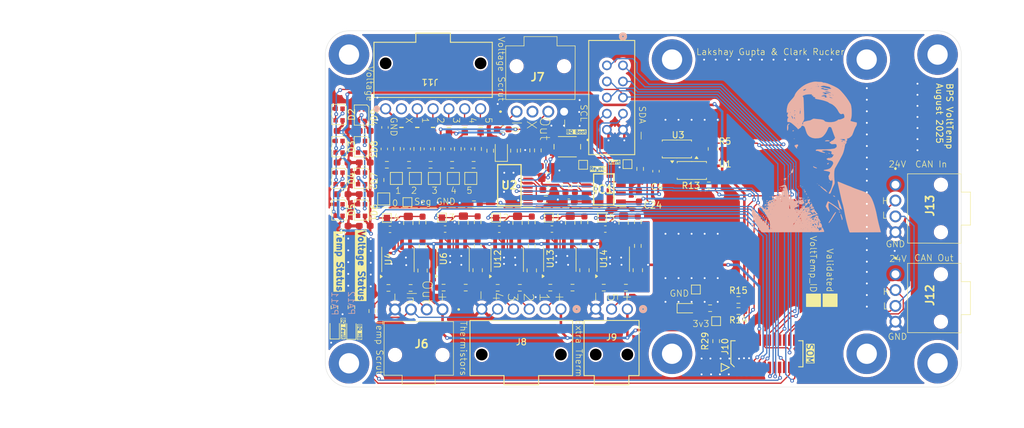
<source format=kicad_pcb>
(kicad_pcb (version 20241229) (generator "pcbnew") (generator_version "9.0")
  (title_block (title "BPS VoltTemp Board"))
  (layers (0 "F.Cu" signal) (2 "B.Cu" signal) (13 "F.Paste" user) (15 "B.Paste" user) (5 "F.SilkS" user "F.Silkscreen") (7 "B.SilkS" user "B.Silkscreen") (1 "F.Mask" user) (3 "B.Mask" user) (25 "Edge.Cuts" user))
  (net 0 "")
  (net 1 "GND")
  (net 2 "+3.3V")
  (net 3 "/VoltageSense/BAT")
  (net 4 "GNDA")
  (net 5 "Net-(C3-Pad2)")
  (net 6 "Net-(U2-CAP1)")
  (net 7 "Net-(U4B-+)")
  (net 8 "Net-(C4-Pad1)")
  (net 9 "Net-(U2-REGSRC)")
  (net 10 "VDDA")
  (net 11 "/VoltageSense/regout")
  (net 12 "/TemperatureFilters/Temperature1")
  (net 13 "Net-(C26-Pad2)")
  (net 14 "Net-(U6B-+)")
  (net 15 "/TemperatureFilters/Temperature2")
  (net 16 "Net-(U12B-+)")
  (net 17 "Net-(C28-Pad2)")
  (net 18 "Net-(C29-Pad2)")
  (net 19 "Net-(U13B-+)")
  (net 20 "/TemperatureFilters/Temperature3")
  (net 21 "Net-(C32-Pad2)")
  (net 22 "Net-(U14B-+)")
  (net 23 "/TemperatureFilters/Temperature4")
  (net 24 "/VoltageConn/VC0")
  (net 25 "/VoltageConn/VC1")
  (net 26 "/VoltageConn/VC2")
  (net 27 "/VoltageConn/VC3")
  (net 28 "/VoltageConn/VC4")
  (net 29 "/VoltageConn/VC5")
  (net 30 "Net-(D2-DOUT)")
  (net 31 "/LedDin")
  (net 32 "Net-(D3-DOUT)")
  (net 33 "/I-CAN_L")
  (net 34 "/I-CAN_H")
  (net 35 "Net-(D4-DOUT)")
  (net 36 "Net-(D5-DOUT)")
  (net 37 "Net-(D6-DOUT)")
  (net 38 "Net-(D7-DOUT)")
  (net 39 "Net-(D8-DOUT)")
  (net 40 "Net-(D1-K)")
  (net 41 "+24V")
  (net 42 "/VoltageSense/bmSCL")
  (net 43 "/VoltageSense/bmSDA")
  (net 44 "/PB3")
  (net 45 "/bmsEn")
  (net 46 "/bmsAlert")
  (net 47 "Net-(R1-Pad2)")
  (net 48 "Net-(U4A--)")
  (net 49 "/VoltageSense/ALERT")
  (net 53 "/VoltageSense/bmsBoot")
  (net 54 "/VoltageConn/3&4COM")
  (net 55 "/VoltageConn/3&4COM_Out")
  (net 56 "/TemperatureConn/rawTemperature1")
  (net 57 "Net-(U4B--)")
  (net 58 "Net-(R37-Pad2)")
  (net 59 "Net-(U6A--)")
  (net 60 "Net-(U6B--)")
  (net 61 "Net-(U12A--)")
  (net 62 "Net-(R41-Pad2)")
  (net 63 "Net-(R5-Pad2)")
  (net 64 "Net-(U13A--)")
  (net 65 "Net-(R42-Pad2)")
  (net 66 "Net-(U12B--)")
  (net 67 "Net-(U13B--)")
  (net 68 "Net-(R49-Pad2)")
  (net 69 "Net-(U14A--)")
  (net 70 "Net-(U14B--)")
  (net 71 "/VoltageConn/1&2COM")
  (net 72 "/VoltageConn/2&3COM")
  (net 73 "/VoltageConn/4&5COM")
  (net 74 "/VoltageConn/last_cell")
  (net 75 "/TemperatureConn/rawTemperature2")
  (net 76 "/TemperatureConn/rawTemperature3")
  (net 77 "/TemperatureConn/rawTemperature4")
  (net 78 "Net-(J11-Pin_1)")
  (net 80 "/VoltageSense/I2C_SCL")
  (net 81 "/VoltageSense/I2C_SDA")
  (net 82 "/VoltageConn/last_cell_ext")
  (net 83 "/VoltageConn/4&5COM_ext")
  (net 84 "/VoltageConn/3&4COM_ext")
  (net 85 "/VoltageConn/2&3COM_ext")
  (net 86 "/VoltageConn/1&2COM_ext")
  (net 93 "/PB14")
  (net 94 "/PB15")
  (net 95 "GND_Seg")
  (net 96 "/TemperatureFilters/Temperature5")
  (net 97 "/TemperatureConn/rawTemperature5")
  (net 98 "/TemperatureConn/rawTemperature4_Pre")
  (net 103 "Net-(D14-A)")
  (net 104 "Net-(D15-A)")
  (net 105 "/BQ_Fault")
  (net 106 "/BQ_HB")
  (net 107 "Net-(D10-A)")
  (footprint "Capacitor_SMD:C_0805_2012Metric_Pad1.18x1.45mm_HandSolder" (layer "F.Cu") (at 156.9516 96.25 90)
    (property "Reference" "C31" (hide yes))
    (property "Value" "1.2uF")
  )
  (footprint "TestPoint:TestPoint_Pad_1.0x1.0mm" (layer "F.Cu") (at 162 95.449 90)
    (property "Reference" "TP15" (hide yes))
    (property "Value" "TP_TempOut")
  )
  (footprint "Capacitor_SMD:C_0603_1608Metric_Pad1.08x0.95mm_HandSolder" (layer "F.Cu") (at 121 81.75)
    (property "Reference" "C10" (hide yes))
    (property "Value" "100nF")
  )
  (footprint "LED_SMD:LED_WS2812B-2020_PLCC4_2.0x2.0mm" (layer "F.Cu") (at 120.45 84.25 -90)
    (property "Reference" "D3")
    (property "Value" "WS2812B-2020")
  )
  (footprint "Resistor_SMD:R_0603_1608Metric_Pad0.98x0.95mm_HandSolder" (layer "F.Cu") (at 148.07565 84.8755 -90)
    (property "Reference" "R60" (hide yes))
    (property "Value" "100Ω")
  )
  (footprint "UTSVT_Connectors:CONN_SFH11-xxxC-D05-ST-XX_SUL" (layer "F.Cu") (at 165.2867 71.4029 -90)
    (property "Reference" "J5" (hide yes))
    (property "Value" "Logic_Analyzer")
  )
  (footprint "Capacitor_SMD:C_0603_1608Metric_Pad1.08x0.95mm_HandSolder" (layer "F.Cu") (at 140.8 84.6 -90)
    (property "Reference" "C39" (hide yes))
    (property "Value" "1uF")
  )
  (footprint "LED_SMD:LED_WS2812B-2020_PLCC4_2.0x2.0mm" (layer "F.Cu") (at 124 89.25 -90)
    (property "Reference" "D7")
    (property "Value" "WS2812B-2020")
  )
  (footprint "MountingHole:MountingHole_3.2mm_M3_Pad_TopBottom" (layer "F.Cu") (at 214.975 69.7)
    (property "Reference" "MH4" (hide yes))
    (property "Value" "MountingHole_Pad")
  )
  (footprint "Capacitor_SMD:C_0603_1608Metric_Pad1.08x0.95mm_HandSolder" (layer "F.Cu") (at 162.5 97.25)
    (property "Reference" "C9" (hide yes))
    (property "Value" ".1μF")
  )
  (footprint "Capacitor_SMD:C_0805_2012Metric" (layer "F.Cu") (at 149.84325 84.825 -90)
    (property "Reference" "C2" (hide yes))
    (property "Value" "10μF")
  )
  (footprint "LED_SMD:LED_0603_1608Metric_Pad1.05x0.95mm_HandSolder" (layer "F.Cu") (at 175.5 109.75)
    (property "Reference" "D10" (hide yes))
    (property "Value" "3v3")
  )
  (footprint "Resistor_SMD:R_0603_1608Metric_Pad0.98x0.95mm_HandSolder" (layer "F.Cu") (at 136.9525 106.5)
    (property "Reference" "R37" (hide yes))
    (property "Value" "8.2kΩ")
  )
  (footprint "Capacitor_SMD:C_0805_2012Metric_Pad1.18x1.45mm_HandSolder" (layer "F.Cu") (at 150.885 103.775 90)
    (property "Reference" "C28" (hide yes))
    (property "Value" "1uF")
  )
  (footprint "VoltTemp:ptc_fuse_FUSC1607X75N" (layer "F.Cu") (at 142.8 81.2 -90)
    (property "Reference" "F7" (hide yes))
    (property "Value" "10mA" (hide yes))
  )
  (footprint "VoltTemp:1053132104" (layer "F.Cu") (at 136.7942 109.9495)
    (property "Reference" "J6")
    (property "Value" "Conn_01x04" (hide yes))
  )
  (footprint "TestPoint:TestPoint_Pad_1.0x1.0mm" (layer "F.Cu") (at 136.7025 95.449 90)
    (property "Reference" "TP12" (hide yes))
    (property "Value" "TP_TempOut")
  )
  (footprint "Resistor_SMD:R_0603_1608Metric_Pad0.98x0.95mm_HandSolder" (layer "F.Cu") (at 142.3375 96.1625 90)
    (property "Reference" "R40" (hide yes))
    (property "Value" "2.7kΩ")
  )
  (footprint "Capacitor_SMD:C_0805_2012Metric_Pad1.18x1.45mm_HandSolder" (layer "F.Cu") (at 140.0875 96.25 90)
    (property "Reference" "C27" (hide yes))
    (property "Value" "1.2uF")
  )
  (footprint "TestPoint:TestPoint_Pad_1.0x1.0mm" (layer "F.Cu") (at 145.25 95.474 90)
    (property "Reference" "TP13" (hide yes))
    (property "Value" "TP_TempOut")
  )
  (footprint "Capacitor_SMD:C_0805_2012Metric_Pad1.18x1.45mm_HandSolder" (layer "F.Cu") (at 159.2016 103.75 90)
    (property "Reference" "C29" (hide yes))
    (property "Value" "1uF")
  )
  (footprint "Resistor_SMD:R_0603_1608Metric_Pad0.98x0.95mm_HandSolder" (layer "F.Cu") (at 183.5176 110.1995 180)
    (property "Reference" "R14")
    (property "Value" "10kΩ")
  )
  (footprint "Capacitor_SMD:C_0603_1608Metric_Pad1.08x0.95mm_HandSolder" (layer "F.Cu") (at 145.75 97.275)
    (property "Reference" "C7" (hide yes))
    (property "Value" ".1μF")
  )
  (footprint "Capacitor_SMD:C_0805_2012Metric_Pad1.18x1.45mm_HandSolder" (layer "F.Cu") (at 153.5 89.1)
    (property "Reference" "C18" (hide yes))
    (property "Value" "4.7uF")
  )
  (footprint "LED_SMD:LED_WS2812B-2020_PLCC4_2.0x2.0mm" (layer "F.Cu") (at 120.45 89.25 -90)
    (property "Reference" "D4")
    (property "Value" "WS2812B-2020")
  )
  (footprint "Capacitor_SMD:C_0603_1608Metric_Pad1.08x0.95mm_HandSolder" (layer "F.Cu") (at 156.7324 93 180)
    (property "Reference" "C42" (hide yes))
    (property "Value" "0.1uF")
  )
  (footprint "Capacitor_SMD:C_0603_1608Metric_Pad1.08x0.95mm_HandSolder" (layer "F.Cu") (at 154.0666 97.25)
    (property "Reference" "C8" (hide yes))
    (property "Value" ".1μF")
  )
  (footprint "TestPoint:TestPoint_Pad_1.0x1.0mm" (layer "F.Cu") (at 128 95.498999 90)
    (property "Reference" "TP11" (hide yes))
    (property "Value" "TP_TempOut")
  )
  (footprint "LED_SMD:LED_WS2812B-2020_PLCC4_2.0x2.0mm" (layer "F.Cu") (at 120.45 94.25 -90)
    (property "Reference" "D5")
    (property "Value" "WS2812B-2020")
  )
  (footprint "VoltTemp:1053131107" (layer "F.Cu") (at 127.801 78.257606 180)
    (property "Reference" "J11")
    (property "Value" "Conn_01x07")
  )
  (footprint "Resistor_SMD:R_0603_1608Metric_Pad0.98x0.95mm_HandSolder" (layer "F.Cu") (at 140.4525 106.5)
    (property "Reference" "R38" (hide yes))
    (property "Value" "27kΩ")
  )
  (footprint "Capacitor_SMD:C_0603_1608Metric_Pad1.08x0.95mm_HandSolder" (layer "F.Cu") (at 121 91.75)
    (property "Reference" "C12" (hide yes))
    (property "Value" "100nF")
  )
  (footprint "Capacitor_SMD:C_0805_2012Metric_Pad1.18x1.45mm_HandSolder" (layer "F.Cu") (at 165.385 96.25 90)
    (property "Reference" "C33" (hide yes))
    (property "Value" "1.2uF")
  )
  (footprint "UTSVT_Connectors:PeripheralSOM" (layer "F.Cu") (at 188.0176 116.9495 180)
    (property "Reference" "J10")
    (property "Value" "53307-2471")
  )
  (footprint "Package_SO:SOIC-8_3.9x4.9mm_P1.27mm" (layer "F.Cu") (at 129.75 102.049999 90)
    (property "Reference" "U4")
    (property "Value" "TLV9062xD")
  )
  (footprint "VoltTemp:ptc_fuse_FUSC1607X75N" (layer "F.Cu") (at 137.8 81.2 -90)
    (property "Reference" "F9" (hide yes))
    (property "Value" "10mA" (hide yes))
  )
  (footprint "Resistor_SMD:R_0603_1608Metric_Pad0.98x0.95mm_HandSolder" (layer "F.Cu") (at 141.7 87.1 180)
    (property "Reference" "R28" (hide yes))
    (property "Value" "0Ω")
  )
  (footprint "Capacitor_SMD:C_0603_1608Metric_Pad1.08x0.95mm_HandSolder" (layer "F.Cu") (at 127.6 84.6 90)
    (property "Reference" "C35" (hide yes))
    (property "Value" "1uF")
  )
  (footprint "Diode_SMD:D_0805_2012Metric" (layer "F.Cu") (at 146.07565 84.8755 90)
    (property "Reference" "D1" (hide yes))
    (property "Value" "D_Zener_Small")
  )
  (footprint "VoltTemp:SW_TL3365AF180QG" (layer "F.Cu") (at 156.5 84.25 180)
    (property "Reference" "SW1" (hide yes))
    (property "Value" "BOOT")
  )
  (footprint "Resistor_SMD:R_0603_1608Metric_Pad0.98x0.95mm_HandSolder" (layer "F.Cu") (at 145.5 106.525)
    (property "Reference" "R41" (hide yes))
    (property "Value" "8.2kΩ")
  )
  (footprint "Resistor_SMD:R_0603_1608Metric_Pad0.98x0.95mm_HandSolder" (layer "F.Cu") (at 183.5176 108.4495 180)
    (property "Reference" "R15")
    (property "Value" "10kΩ")
  )
  (footprint "Capacitor_SMD:C_0603_1608Metric_Pad1.08x0.95mm_HandSolder" (layer "F.Cu") (at 134.4 84.6 -90)
    (property "Reference" "C37" (hide yes))
    (property "Value" "1uF")
  )
  (footprint "Resistor_SMD:R_0603_1608Metric_Pad0.98x0.95mm_HandSolder" (layer "F.Cu") (at 168 87.75 -90)
    (property "Reference" "R59" (hide yes))
    (property "Value" "100Ω")
  )
  (footprint "Capacitor_SMD:C_0603_1608Metric_Pad1.08x0.95mm_HandSolder" (layer "F.Cu") (at 124.5 86.75 180)
    (property "Reference" "C16" (hide yes))
    (property "Value" "100nF")
  )
  (footprint "Resistor_SMD:R_0603_1608Metric_Pad0.98x0.95mm_HandSolder" (layer "F.Cu") (at 157.3166 106.5)
    (property "Reference" "R44" (hide yes))
    (property "Value" "27kΩ")
  )
  (footprint "Capacitor_SMD:C_0603_1608Metric_Pad1.08x0.95mm_HandSolder" (layer "F.Cu") (at 131.2 84.6 -90)
    (property "Reference" "C36" (hide yes))
    (property "Value" "1uF")
  )
  (footprint "TestPoint:TestPoint_Pad_1.5x1.5mm" (layer "F.Cu") (at 127.5 92.5 90)
    (property "Reference" "TP16" (hide yes))
    (property "Value" "TestPoint")
  )
  (footprint "TestPoint:TestPoint_Pad_1.0x1.0mm" (layer "F.Cu") (at 153.5666 95.449 90)
    (property "Reference" "TP14" (hide yes))
    (property "Value" "TP_TempOut")
  )
  (footprint "Resistor_SMD:R_0603_1608Metric_Pad0.98x0.95mm_HandSolder" (layer "F.Cu") (at 167.635 96.1625 90)
    (property "Reference" "R52" (hide yes))
    (property "Value" "2.7kΩ")
  )
  (footprint "LED_SMD:LED_WS2812B-2020_PLCC4_2.0x2.0mm" (layer "F.Cu") (at 124 94.25 -90)
    (property "Reference" "D6")
    (property "Value" "WS2812B-2020")
  )
  (footprint "Capacitor_SMD:C_0805_2012Metric_Pad1.18x1.45mm_HandSolder" (layer "F.Cu") (at 133.635 103.799999 90)
    (property "Reference" "C3" (hide yes))
    (property "Value" "1uF")
  )
  (footprint "Resistor_SMD:R_0603_1608Metric_Pad0.98x0.95mm_HandSolder" (layer "F.Cu") (at 138.3 87.1 180)
    (property "Reference" "R27" (hide yes))
    (property "Value" "0Ω")
  )
  (footprint "Resistor_SMD:R_0603_1608Metric_Pad0.98x0.95mm_HandSolder" (layer "F.Cu") (at 119.72 109.61 -90)
    (property "Reference" "R18" (hide yes))
    (property "Value" "120")
  )
  (footprint "LED_SMD:LED_WS2812B-2020_PLCC4_2.0x2.0mm" (layer "F.Cu") (at 124 84.25 -90)
    (property "Reference" "D8")
    (property "Value" "WS2812B-2020")
  )
  (footprint "Resistor_SMD:R_0603_1608Metric_Pad0.98x0.95mm_HandSolder" (layer "F.Cu") (at 128 87.1 180)
    (property "Reference" "R25" (hide yes))
    (property "Value" "0Ω")
  )
  (footprint "Resistor_SMD:R_0603_1608Metric_Pad0.98x0.95mm_HandSolder" (layer "F.Cu") (at 179.05 109.75 180)
    (property "Reference" "R31" (hide yes))
    (property "Value" "4.3k")
  )
  (footprint "Resistor_SMD:R_0603_1608Metric_Pad0.98x0.95mm_HandSolder" (layer "F.Cu") (at 141.75 93.325 180)
    (property "Reference" "R2" (hide yes))
    (property "Value" "510kΩ")
  )
  (footprint "TestPoint:TestPoint_Pad_1.5x1.5mm" (layer "F.Cu") (at 135.5 89.25 90)
    (property "Reference" "TP19" (hide yes))
    (property "Value" "TestPoint")
  )
  (footprint "Package_SO:SOIC-8_3.9x4.9mm_P1.27mm" (layer "F.Cu") (at 147 102.025 90)
    (property "Reference" "U12")
    (property "Value" "TLV9062xD")
  )
  (footprint "VoltTemp:ptc_fuse_FUSC1607X75N" (layer "F.Cu") (at 130.3 81.2 -90)
    (property "Reference" "F12" (hide yes))
    (property "Value" "40mA" (hide yes))
  )
  (footprint "LED_SMD:LED_0603_1608Metric_Pad1.05x0.95mm_HandSolder" (layer "F.Cu") (at 119.76 112.955 90)
    (property "Reference" "D14" (hide yes))
    (property "Value" "BQ-Fault")
  )
  (footprint "Resistor_SMD:R_0603_1608Metric_Pad0.98x0.95mm_HandSolder" (layer "F.Cu") (at 144.32565 84.8755 90)
    (property "Reference" "R12" (hide yes))
    (property "Value" "1kΩ")
  )
  (footprint "LED_SMD:LED_WS2812B-2020_PLCC4_2.0x2.0mm" (layer "F.Cu") (at 120.45 79.165 -90)
    (property "Reference" "D2")
    (property "Value" "WS2812B-2020")
  )
  (footprint "Capacitor_SMD:C_0603_1608Metric_Pad1.08x0.95mm_HandSolder" (layer "F.Cu") (at 128.5 97.299999)
    (property "Reference" "C5" (hide yes))
    (property "Value" ".1μF")
  )
  (footprint "Package_SO:SOIC-8_3.9x4.9mm_P1.27mm" (layer "F.Cu") (at 138.4525 102 90)
    (property "Reference" "U6")
    (property "Value" "TLV9062xD")
  )
  (footprint "TestPoint:TestPoint_Pad_1.0x1.0mm" (layer "F.Cu") (at 131.25 93)
    (property "Reference" "TP4" (hide yes))
    (property "Value" "bmsGND")
  )
  (footprint "Resistor_SMD:R_0603_1608Metric_Pad0.98x0.95mm_HandSolder" (layer "F.Cu") (at 128.25 106.549999)
    (property "Reference" "R1" (hide yes))
    (property "Value" "8.2kΩ")
  )
  (footprint "Resistor_SMD:R_0603_1608Metric_Pad0.98x0.95mm_HandSolder" (layer "F.Cu") (at 178.85 90.3625)
    (property "Reference" "R13")
    (property "Value" "10kΩ")
  )
  (footprint "VoltTemp:1053132104" (layer "F.Cu") (at 208.3166 90.25 90)
    (property "Reference" "J13")
    (property "Value" "Conn_01x04" (hide yes))
  )
  (footprint "Resistor_SMD:R_0603_1608Metric_Pad0.98x0.95mm_HandSolder" (layer "F.Cu") (at 142.3375 99.9125 90)
    (property "Reference" "R39" (hide yes))
    (property "Value" "2.7kΩ")
  )
  (footprint "Resistor_SMD:R_0603_1608Metric_Pad0.98x0.95mm_HandSolder" (layer "F.Cu") (at 146.3 81.5)
    (property "Reference" "R23" (hide yes))
    (property "Value" "0Ω")
  )
  (footprint "Capacitor_SMD:C_0603_1608Metric_Pad1.08x0.95mm_HandSolder" (layer "F.Cu") (at 121 86.75)
    (property "Reference" "C11" (hide yes))
    (property "Value" "100nF")
  )
  (footprint "Resistor_SMD:R_0603_1608Metric_Pad0.98x0.95mm_HandSolder" (layer "F.Cu") (at 149 106.525)
    (property "Reference" "R43" (hide yes))
    (property "Value" "27kΩ")
  )
  (footprint "Resistor_SMD:R_0603_1608Metric_Pad0.98x0.95mm_HandSolder" (layer "F.Cu") (at 156.2 90.5 -90)
    (property "Reference" "R9" (hide yes))
    (property "Value" "10kΩ")
  )
  (footprint "Resistor_SMD:R_0603_1608Metric_Pad0.98x0.95mm_HandSolder" (layer "F.Cu") (at 133.635 96.212499 90)
    (property "Reference" "R36" (hide yes))
    (property "Value" "2.7kΩ")
  )
  (footprint "TestPoint:TestPoint_Pad_1.5x1.5mm" (layer "F.Cu") (at 138.5 89.25 90)
    (property "Reference" "TP20" (hide yes))
    (property "Value" "TestPoint")
  )
  (footprint "VoltTemp:1053131106" (layer "F.Cu") (at 155.4842 109.891395)
    (property "Reference" "J8")
    (property "Value" "Conn_01x06")
  )
  (footprint "Capacitor_SMD:C_0603_1608Metric_Pad1.08x0.95mm_HandSolder" (layer "F.Cu") (at 137.2025 97.25)
    (property "Reference" "C6" (hide yes))
    (property "Value" ".1μF")
  )
  (footprint "Resistor_SMD:R_0603_1608Metric_Pad0.98x0.95mm_HandSolder" (layer "F.Cu") (at 139.2 84.6 90)
    (property "Reference" "R57" (hide yes))
    (property "Value" "100Ω")
  )
  (footprint "Resistor_SMD:R_0805_2012Metric" (layer "F.Cu") (at 179.4875 84.6 -90)
    (property "Reference" "R5")
    (property "Value" "2kΩ")
  )
  (footprint "Capacitor_SMD:C_0603_1608Metric_Pad1.08x0.95mm_HandSolder" (layer "F.Cu") (at 137.6 84.6 -90)
    (property "Reference" "C38" (hide yes))
    (property "Value" "1uF")
  )
  (footprint "TestPoint:TestPoint_Pad_1.0x1.0mm" (layer "F.Cu") (at 159 87.1)
    (property "Reference" "TP1" (hide yes))
    (property "Value" "TP_Regout")
  )
  (footprint "Capacitor_SMD:C_0603_1608Metric_Pad1.08x0.95mm_HandSolder" (layer "F.Cu") (at 124.5 96.75 180)
    (property "Reference" "C14" (hide yes))
    (property "Value" "100nF")
  )
  (footprint "Capacitor_SMD:C_0603_1608Metric_Pad1.08x0.95mm_HandSolder" (layer "F.Cu") (at 167.8 92.1 90)
    (property "Reference" "C24")
    (property "Value" "0.1uF")
  )
  (footprint "Resistor_SMD:R_0603_1608Metric_Pad0.98x0.95mm_HandSolder" (layer "F.Cu") (at 129.6 84.6 90)
    (property "Reference" "R54" (hide yes))
    (property "Value" "100Ω")
  )
  (footprint "Capacitor_SMD:C_0805_2012Metric_Pad1.18x1.45mm_HandSolder" (layer "F.Cu") (at 148.635 96.275 90)
    (property "Reference" "C30" (hide yes))
    (property "Value" "1.2uF")
  )
  (footprint "Resistor_SMD:R_0603_1608Metric_Pad0.98x0.95mm_HandSolder" (layer "F.Cu") (at 131.5 87.1 180)
    (property "Reference" "R26" (hide yes))
    (property "Value" "0Ω")
  )
  (footprint "Resistor_SMD:R_0603_1608Metric_Pad0.98x0.95mm_HandSolder" (layer "F.Cu") (at 159.2016 96.1625 90)
    (property "Reference" "R48" (hide yes))
    (property "Value" "2.7kΩ")
  )
  (footprint "Resistor_SMD:R_0603_1608Metric_Pad0.98x0.95mm_HandSolder" (layer "F.Cu") (at 180 114.9495 90)
    (property "Reference" "R29")
    (property "Value" "0Ω")
  )
  (footprint "Resistor_SMD:R_0603_1608Metric_Pad0.98x0.95mm_HandSolder" (layer "F.Cu") (at 165.75 106.5)
    (property "Reference" "R50" (hide yes))
    (property "Value" "27kΩ")
  )
  (footprint "Capacitor_SMD:C_0603_1608Metric_Pad1.08x0.95mm_HandSolder" (layer "F.Cu") (at 127.7 81.2 -90)
    (property "Reference" "C34" (hide yes))
    (property "Value" "1uF")
  )
  (footprint "UTSVT_ICs:EL3H7" (layer "F.Cu") (at 176.1625 87.9975)
    (property "Reference" "U1")
    (property "Value" "EL3H7")
  )
  (footprint "Resistor_SMD:R_0603_1608Metric_Pad0.98x0.95mm_HandSolder" (layer "F.Cu") (at 167.635 99.9125 90)
    (property "Reference" "R51" (hide yes))
    (property "Value" "2.7kΩ")
  )
  (footprint "Resistor_SMD:R_0603_1608Metric_Pad0.98x0.95mm_HandSolder" (layer "F.Cu") (at 127 89.5 -90)
    (property "Reference" "R53" (hide yes))
    (property "Value" "100Ω")
  )
  (footprint "Resistor_SMD:R_0603_1608Metric_Pad0.98x0.95mm_HandSolder" (layer "F.Cu") (at 159.2016 99.9125 90)
    (property "Reference" "R46" (hide yes))
    (property "Value" "2.7kΩ")
  )
  (footprint "Resistor_SMD:R_0603_1608Metric_Pad0.98x0.95mm_HandSolder" (layer "F.Cu") (at 122.4 109.6 -90)
    (property "Reference" "R19" (hide yes))
    (property "Value" "120")
  )
  (footprint "UTSVT_Logos:LHRs_LOGO" (layer "F.Cu") (at 209.425 79.25 -90)
    (property "Reference" "LOGO2" (hide yes))
    (property "Value" "LHRs" (hide yes))
  )
  (footprint "Resistor_SMD:R_0603_1608Metric_Pad0.98x0.95mm_HandSolder" (layer "F.Cu") (at 151.84325 84.825 90)
    (property "Reference" "R8" (hide yes))
    (property "Value" "1kΩ")
  )
  (footprint "Capacitor_SMD:C_0805_2012Metric_Pad1.18x1.45mm_HandSolder" (layer "F.Cu") (at 142.3375 103.75 90)
    (property "Reference" "C26" (hide yes))
    (property "Value" "1uF")
  )
  (footprint "Capacitor_SMD:C_0603_1608Metric_Pad1.08x0.95mm_HandSolder" (layer "F.Cu") (at 153.11325 87.305)
    (property "Reference" "C40" (hide yes))
    (property "Value" "1uF")
  )
  (footprint "TestPoint:TestPoint_Pad_1.0x1.0mm" (layer "F.Cu") (at 180 111.8)
    (property "Reference" "TP2" (hide yes))
    (property "Value" "TestPoint")
  )
  (footprint "VoltTemp:1053131103" (layer "F.Cu") (at 165.9842 109.891395)
    (property "Reference" "J9")
    (property "Value" "Conn_01x03")
  )
  (footprint "Capacitor_SMD:C_0603_1608Metric_Pad1.08x0.95mm_HandSolder" (layer "F.Cu") (at 124.5 81.75 180)
    (property "Reference" "C17" (hide yes))
    (property "Value" "100nF")
  )
  (footprint "Capacitor_SMD:C_0603_1608Metric_Pad1.08x0.95mm_HandSolder" (layer "F.Cu") (at 153.5 91.075)
    (property "Reference" "C41" (hide yes))
    (property "Value" "1uF")
  )
  (footprint "VoltTemp:ptc_fuse_FUSC1607X75N" (layer "F.Cu") (at 132.8 81.2 -90)
    (property "Reference" "F11" (hide yes))
    (property "Value" "10mA" (hide yes))
  )
  (footprint "Capacitor_SMD:C_0603_1608Metric_Pad1.08x0.95mm_HandSolder" (layer "F.Cu") (at 170.5 88.1125 -90)
    (property "Reference" "C4")
    (property "Value" "470pF")
  )
  (footprint "LED_SMD:LED_WS2812B-2020_PLCC4_2.0x2.0mm" (layer "F.Cu") (at 124 79.25 -90)
    (property "Reference" "D9")
    (property "Value" "WS2812B-2020")
  )
  (footprint "Resistor_SMD:R_0603_1608Metric_Pad0.98x0.95mm_HandSolder" (layer "F.Cu") (at 153.8166 106.5)
    (property "Reference" "R42" (hide yes))
    (property "Value" "8.2kΩ")
  )
  (footprint "VoltTemp:ptc_fuse_FUSC1607X75N" (layer "F.Cu") (at 135.3 81.2 -90)
    (property "Reference" "F10" (hide yes))
    (property "Value" "10mA" (hide yes))
  )
  (footprint "Resistor_SMD:R_0603_1608Metric_Pad0.98x0.95mm_HandSolder" (layer "F.Cu") (at 157.7 90.5 -90)
    (property "Reference" "R10" (hide yes))
    (property "Value" "10kΩ")
  )
  (footprint "MountingHole:MountingHole_3.2mm_M3_Pad_TopBottom" (layer "F.Cu") (at 122.0176 69.6995)
    (property "Reference" "MH1" (hide yes))
    (property "Value" "MountingHole_Pad")
  )
  (footprint "VoltTemp:ptc_fuse_FUSC1607X75N" (layer "F.Cu") (at 140.3 81.2 -90)
    (property "Reference" "F8" (hide yes))
    (property "Value" "10mA" (hide yes))
  )
  (footprint "MountingHole:MountingHole_3.2mm_M3_Pad_TopBottom" (layer "F.Cu") (at 214.975 118.4495)
    (property "Reference" "MH3" (hide yes))
    (property "Value" "MountingHole_Pad")
  )
  (footprint "VoltTemp:1053132104" (layer "F.Cu") (at 208.3166 104.3895 90)
    (property "Reference" "J12")
    (property "Value" "Conn_01x04" (hide yes))
  )
  (footprint "VoltTemp:ISO1641BDR" (layer "F.Cu") (at 162.25 91 180)
    (property "Reference" "IC1")
    (property "Value" "ISO1641BDR" (hide yes))
  )
  (footprint "Resistor_SMD:R_0603_1608Metric_Pad0.98x0.95mm_HandSolder" (layer "F.Cu") (at 162.25 106.5)
    (property "Reference" "R49" (hide yes))
    (property "Value" "8.2kΩ")
  )
  (footprint "TestPoint:TestPoint_Pad_1.5x1.5mm" (layer "F.Cu") (at 129.5 89.25 90)
    (property "Reference" "TP17" (hide yes))
    (property "Value" "TestPoint")
  )
  (footprint "Resistor_SMD:R_0603_1608Metric_Pad0.98x0.95mm_HandSolder" (layer "F.Cu") (at 153.09325 92.575 180)
    (property "Reference" "R11" (hide yes))
    (property "Value" "10kΩ")
  )
  (footprint "Capacitor_SMD:C_0805_2012Metric_Pad1.18x1.45mm_HandSolder" (layer "F.Cu") (at 167.635 103.75 90)
    (property "Reference" "C32" (hide yes))
    (property "Value" "1uF")
  )
  (footprint "LED_SMD:LED_0603_1608Metric_Pad1.05x0.95mm_HandSolder" (layer "F.Cu") (at 122.4 113 90)
    (property "Reference" "D15" (hide yes))
    (property "Value" "BQ_HB")
  )
  (footprint "MountingHole:MountingHole_3.2mm_M3_Pad_TopBottom" (layer "F.Cu") (at 122.0176 118.4495)
    (property "Reference" "MH2" (hide yes))
    (property "Value" "MountingHole_Pad")
  )
  (footprint "Resistor_SMD:R_0603_1608Metric_Pad0.98x0.95mm_HandSolder" (layer "F.Cu") (at 150.885 96.1875 90)
    (property "Reference" "R47" (hide yes))
    (property "Value" "2.7kΩ")
  )
  (footprint "Capacitor_SMD:C_0603_1608Metric_Pad1.08x0.95mm_HandSolder" (layer "F.Cu") (at 121 96.75)
    (property "Reference" "C13" (hide yes))
    (property "Value" "100nF")
  )
  (footprint "Capacitor_SMD:C_0805_2012Metric_Pad1.18x1.45mm_HandSolder" (layer "F.Cu") (at 131.385 96.299999 90)
    (property "Reference" "C25" (hide yes))
    (property "Value" "1.2uF")
  )
  (footprint "Resistor_SMD:R_0603_1608Metric_Pad0.98x0.95mm_HandSolder" (layer "F.Cu") (at 136 84.6 90)
    (property "Reference" "R56" (hide yes))
    (property "Value" "100Ω")
  )
  (footprint "VoltTemp:1053132104" (layer "F.Cu") (at 148.491 78.708606 180)
    (property "Reference" "J7")
    (property "Value" "Conn_01x04" (hide yes))
  )
  (footprint "TestPoint:TestPoint_Pad_1.0x1.0mm" (layer "F.Cu") (at 166 87)
    (property "Reference" "TP3" (hide yes))
    (property "Value" "TP_bmsAlert")
  )
  (footprint "Resistor_SMD:R_0603_1608Metric_Pad0.98x0.95mm_HandSolder" (layer "F.Cu") (at 133.635 99.962499 90)
    (property "Reference" "R35" (hide yes))
    (property "Value" "2.7kΩ")
  )
  (footprint "Resistor_SMD:R_0603_1608Metric_Pad0.98x0.95mm_HandSolder" (layer "F.Cu") (at 125.7 110.2 -90)
    (property "Reference" "R24" (hide yes))
    (property "Value" "0Ω")
  )
  (footprint "Package_SO:SOIC-8_3.9x4.9mm_P1.27mm" (layer "F.Cu") (at 163.75 102 90)
    (property "Reference" "U14")
    (property "Value" "TLV9062xD")
  )
  (footprint "Resistor_SMD:R_0603_1608Metric_Pad0.98x0.95mm_HandSolder" (layer "F.Cu") (at 132.8 84.6 90)
    (property "Reference" "R55" (hide yes))
    (property "Value" "100Ω")
  )
  (footprint "TestPoint:TestPoint_Pad_1.5x1.5mm" (layer "F.Cu") (at 132.5 89.25 90)
    (property "Reference" "TP18" (hide yes))
    (property "Value" "TestPoint")
  )
  (footprint "Package_SO:SOIC-8_3.9x4.9mm_P1.27mm" (layer "F.Cu") (at 155.3166 102 90)
    (property "Reference" "U13")
    (property "Value" "TLV9062xD")
  )
  (footprint "Resistor_SMD:R_0603_1608Metric_Pad0.98x0.95mm_HandSolder" (layer "F.Cu") (at 142.4 84.6 90)
    (property "Reference" "R58" (hide yes))
    (property "Value" "100Ω")
  )
  (footprint "Capacitor_SMD:C_0603_1608Metric_Pad1.08x0.95mm_HandSolder" (layer "F.Cu") (at 124.5 91.75 180)
    (property "Reference" "C15" (hide yes))
    (property "Value" "100nF")
  )
  (footprint "Resistor_SMD:R_0603_1608Metric_Pad0.98x0.95mm_HandSolder" (layer "F.Cu") (at 134.9 87.1 180)
    (property "Reference" "R30" (hide yes))
    (property "Value" "0Ω")
  )
  (footprint "UTSVT_ICs:EL3H7" (layer "F.Cu") (at 173.8 84.6 180)
    (property "Reference" "U3")
    (property "Value" "EL3H7")
  )
  (footprint "Resistor_SMD:R_0603_1608Metric_Pad0.98x0.95mm_HandSolder" (layer "F.Cu") (at 150.885 99.9375 90)
    (property "Reference" "R45" (hide yes))
    (property "Value" "2.7kΩ")
  )
  (footprint "TestPoint:TestPoint_Pad_1.0x1.0mm" (layer "F.Cu") (at 176.8 106.8)
    (property "Reference" "TP5" (hide yes))
    (property "Value" "TestPoint")
  )
  (footprint "TestPoint:TestPoint_Pad_1.5x1.5mm" (layer "F.Cu") (at 141.25 89.25 90)
    (property "Reference" "TP21" (hide yes))
    (property "Value" "TestPoint")
  )
  (footprint "Resistor_SMD:R_0603_1608Metric_Pad0.98x0.95mm_HandSolder" (layer "F.Cu") (at 131.75 106.549999)
    (property "Reference" "R34" (hide yes))
    (property "Value" "27kΩ")
  )
  (footprint "VoltTemp:BQ7692003PW" (layer "F.Cu") (at 147.34325 90.325 180)
    (property "Reference" "U2")
    (property "Value" "BQ7692003PW" (hide yes))
  )
  (footprint "UTSVT_Logos:Hallock_Image_Small" (layer "B.Cu") (at 196.631263 85.563871 180)
    (property "Reference" "LOGO1" (hide yes))
    (property "Value" "Dr. Hallock" (hide yes))
  )
  (gr_rect (start 196.875 107.5) (end 199.125 109.5) (stroke (width 0.1)) (fill yes) (layer "F.SilkS"))
  (gr_rect (start 194.25 107.5) (end 196.5 109.5) (stroke (width 0.1)) (fill yes) (layer "F.SilkS"))
  (gr_line (start 125.75 93.8475) (end 168.5 93.8475) (stroke (width 0.1) (type dash)) (layer "F.SilkS"))
  (gr_line (start 122.025 65.95) (end 214.975 65.95) (stroke (width 0.05)) (layer "Edge.Cuts"))
  (gr_line (start 118.275 118.45) (end 118.275 69.7) (stroke (width 0.05)) (layer "Edge.Cuts"))
  (gr_arc (start 118.275 69.7) (mid 119.37335 67.04835) (end 122.025 65.95) (stroke (width 0.05)) (layer "Edge.Cuts"))
  (gr_arc (start 122.025 122.2) (mid 119.37335 121.10165) (end 118.275 118.45) (stroke (width 0.05)) (layer "Edge.Cuts"))
  (gr_line (start 218.725 69.7) (end 218.725 118.45) (stroke (width 0.05)) (layer "Edge.Cuts"))
  (gr_line (start 214.975 122.2) (end 122.025 122.2) (stroke (width 0.05)) (layer "Edge.Cuts"))
  (gr_arc (start 214.975 65.95) (mid 217.62665 67.04835) (end 218.725 69.7) (stroke (width 0.05)) (layer "Edge.Cuts"))
  (gr_arc (start 218.725 118.45) (mid 217.62665 121.10165) (end 214.975 122.2) (stroke (width 0.05)) (layer "Edge.Cuts"))
  (gr_text "1" (at 133.5 79.55 270) (layer "F.SilkS") (effects (font (size 1 1) (thickness 0.1)) (justify left bottom)))
  (gr_text "CAN Out" (at 211.225 102.4 0) (layer "F.SilkS") (effects (font (size 1 1) (thickness 0.1)) (justify left bottom)))
  (gr_text "BQ HB" (at 123.4 112.2 270) (layer "F.SilkS" knockout) (effects (font (size 0.5 0.5) (thickness 0.125) (bold yes)) (justify left bottom)))
  (gr_text "4" (at 140.925 79.55 270) (layer "F.SilkS") (effects (font (size 1 1) (thickness 0.1)) (justify left bottom)))
  (gr_text "GND" (at 172.6 108 0) (layer "F.SilkS") (effects (font (size 1 1) (thickness 0.1)) (justify left bottom)))
  (gr_text "3" (at 125.25 85 270) (layer "F.SilkS") (effects (font (size 1 1)) (justify left bottom)))
  (gr_text "2" (at 125.25 90 270) (layer "F.SilkS") (effects (font (size 1 1)) (justify left bottom)))
  (gr_text "1" (at 152 107.25 270) (layer "F.SilkS") (effects (font (size 1.5 1.5) (thickness 0.1)) (justify left bottom)))
  (gr_text "4" (at 129 96 0) (layer "F.SilkS") (effects (font (size 1 1) (thickness 0.1)) (justify left bottom)))
  (gr_text "4" (at 144.6 107.1 270) (layer "F.SilkS") (effects (font (size 1.5 1.5) (thickness 0.1)) (justify left bottom)))
  (gr_text "Temp Status" (at 120 97.6 270) (layer "F.SilkS" knockout) (effects (font (size 1 1) (thickness 0.25) (bold yes)) (justify left bottom)))
  (gr_text "BQ Boot" (at 156.275 82.2 0) (layer "F.SilkS" knockout) (effects (font (size 0.5 0.5) (thickness 0.125) (bold yes)) (justify left bottom)))
  (gr_text "X" (at 130.9 79.55 270) (layer "F.SilkS") (effects (font (size 1 1) (thickness 0.1)) (justify left bottom)))
  (gr_text "H" (at 206.25 107.725 0) (layer "F.SilkS") (effects (font (size 1 1) (thickness 0.1)) (justify left bottom)))
  (gr_text "In" (at 147.6 80.075 270) (layer "F.SilkS") (effects (font (size 1.5 1.5) (thickness 0.1)) (justify left bottom)))
  (gr_text "+" (at 136 107 270) (layer "F.SilkS") (effects (font (size 1.5 1.5) (thickness 0.1)) (justify left bottom)))
  (gr_text "In" (at 131 107 270) (layer "F.SilkS") (effects (font (size 1.5 1.5) (thickness 0.1)) (justify left bottom)))
  (gr_text "1" (at 154.5 96 0) (layer "F.SilkS") (effects (font (size 1 1) (thickness 0.1)) (justify left bottom)))
  (gr_text "SCL" (at 158.5 77.5 270) (layer "F.SilkS") (effects (font (size 1 1) (thickness 0.1)) (justify left bottom)))
  (gr_text "Alert" (at 163 87 0) (layer "F.SilkS" knockout) (effects (font (size 0.5 0.5) (thickness 0.125) (bold yes)) (justify left bottom)))
  (gr_text "1" (at 125.25 95 270) (layer "F.SilkS") (effects (font (size 1 1)) (justify left bottom)))
  (gr_text "Voltage Scrut" (at 145.5 66.8 270) (layer "F.SilkS") (effects (font (size 1 1) (thickness 0.1)) (justify left bottom)))
  (gr_text "Out" (at 133.5 105.25 270) (layer "F.SilkS") (effects (font (size 1.5 1.5) (thickness 0.1)) (justify left bottom)))
  (gr_text "+" (at 165.175 107 270) (layer "F.SilkS") (effects (font (size 1.5 1.5) (thickness 0.1)) (justify left bottom)))
  (gr_text "L" (at 206.15 95.675 0) (layer "F.SilkS") (effects (font (size 1 1) (thickness 0.1)) (justify left bottom)))
  (gr_text "5" (at 140.5 91.75 0) (layer "F.SilkS") (effects (font (size 1 1) (thickness 0.1)) (justify left bottom)))
  (gr_text "Temp Scrut" (at 126.25 111.6 270) (layer "F.SilkS") (effects (font (size 1 1) (thickness 0.1)) (justify left bottom)))
  (gr_text "3" (at 147 107.25 270) (layer "F.SilkS") (effects (font (size 1.5 1.5) (thickness 0.1)) (justify left bottom)))
  (gr_text "5" (at 163 96 0) (layer "F.SilkS") (effects (font (size 1 1) (thickness 0.1)) (justify left bottom)))
  (gr_text "24V" (at 207.175 87.6 0) (layer "F.SilkS") (effects (font (size 1 1) (thickness 0.1)) (justify left bottom)))
  (gr_text "-" (at 155.325 79.575 270) (layer "F.SilkS") (effects (font (size 1.5 1.5) (thickness 0.1)) (justify left bottom)))
  (gr_text "BPS VoltTemp\nAugust 2025" (at 214.675 74.125 270) (layer "F.SilkS") (effects (font (size 1 1)) (justify left bottom)))
  (gr_text "VoltTemp_ID" (at 194.75 98.25 270) (layer "F.SilkS") (effects (font (size 1 1) (thickness 0.1)) (justify left bottom)))
  (gr_text "GND" (at 207.05 114.825 0) (layer "F.SilkS") (effects (font (size 1 1) (thickness 0.1)) (justify left bottom)))
  (gr_text "2" (at 146.25 96 0) (layer "F.SilkS") (effects (font (size 1 1) (thickness 0.1)) (justify left bottom)))
  (gr_text "4" (at 125.25 80 270) (layer "F.SilkS") (effects (font (size 1 1)) (justify left bottom)))
  (gr_text "3" (at 135 91.75 0) (layer "F.SilkS") (effects (font (size 1 1) (thickness 0.1)) (justify left bottom)))
  (gr_text "Voltage" (at 124.7 71.5 270) (layer "F.SilkS") (effects (font (size 1 1) (thickness 0.1)) (justify left bottom)))
  (gr_text "Seg GND" (at 132.25 93.5 0) (layer "F.SilkS") (effects (font (size 1 1) (thickness 0.1)) (justify left bottom)))
  (gr_text "Voltage Status" (at 123.4 97.4 270) (layer "F.SilkS" knockout) (effects (font (size 1 1) (thickness 0.25) (bold yes)) (justify left bottom)))
  (gr_text "2" (at 149.5 107.25 270) (layer "F.SilkS") (effects (font (size 1.5 1.5) (thickness 0.1)) (justify left bottom)))
  (gr_text "Validated" (at 197.375 100.25 270) (layer "F.SilkS") (effects (font (size 1 1) (thickness 0.1)) (justify left bottom)))
  (gr_text "-" (at 142.1 106.7 270) (layer "F.SilkS") (effects (font (size 1.5 1.5) (thickness 0.1)) (justify left bottom)))
  (gr_text "Lakshay Gupta & Clark Rucker" (at 176.8 69.85 0) (layer "F.SilkS") (effects (font (size 1 1) (thickness 0.1)) (justify left bottom)))
  (gr_text "GND" (at 206.725 100.2 0) (layer "F.SilkS") (effects (font (size 1 1) (thickness 0.1)) (justify left bottom)))
  (gr_text "5" (at 143.475 79.55 270) (layer "F.SilkS") (effects (font (size 1 1) (thickness 0.1)) (justify left bottom)))
  (gr_text "Thermistors" (at 139.5 111.7 270) (layer "F.SilkS") (effects (font (size 1 1) (thickness 0.1)) (justify left bottom)))
  (gr_text "5" (at 162.75 107.25 270) (layer "F.SilkS") (effects (font (size 1.5 1.5) (thickness 0.1)) (justify left bottom)))
  (gr_text "BQ Fault" (at 120.8 111.2 270) (layer "F.SilkS" knockout) (effects (font (size 0.5 0.5) (thickness 0.125) (bold yes)) (justify left bottom)))
  (gr_text "X" (at 149.975 80.025 270) (layer "F.SilkS") (effects (font (size 1.5 1.5) (thickness 0.1)) (justify left bottom)))
  (gr_text "-" (at 160.225 106.925 270) (layer "F.SilkS") (effects (font (size 1.5 1.5) (thickness 0.1)) (justify left bottom)))
  (gr_text "L" (at 206.275 110 0) (layer "F.SilkS") (effects (font (size 1 1) (thickness 0.1)) (justify left bottom)))
  (gr_text "24V" (at 207.275 102.525 0) (layer "F.SilkS") (effects (font (size 1 1) (thickness 0.1)) (justify left bottom)))
  (gr_text "SDA" (at 167.75 77.75 270) (layer "F.SilkS") (effects (font (size 1 1) (thickness 0.1)) (justify left bottom)))
  (gr_text "Regout" (at 160 88 0) (layer "F.SilkS" knockout) (effects (font (size 0.5 0.5) (thickness 0.125) (bold yes)) (justify left bottom)))
  (gr_text "GND" (at 128.5 79.5 270) (layer "F.SilkS") (effects (font (size 1 1) (thickness 0.1)) (justify left bottom)))
  (gr_text "3" (at 138.375 79.55 270) (layer "F.SilkS") (effects (font (size 1 1) (thickness 0.1)) (justify left bottom)))
  (gr_text "3v3" (at 176.2 112.8 0) (layer "F.SilkS") (effects (font (size 1 1) (thickness 0.1)) (justify left bottom)))
  (gr_text "H" (at 206.125 93.4 0) (layer "F.SilkS") (effects (font (size 1 1) (thickness 0.1)) (justify left bottom)))
  (gr_text "0" (at 128.75 93.75 0) (layer "F.SilkS") (effects (font (size 1 1) (thickness 0.1)) (justify left bottom)))
  (gr_text "4" (at 138 91.75 0) (layer "F.SilkS") (effects (font (size 1 1) (thickness 0.1)) (justify left bottom)))
  (gr_text "-" (at 128.504724 107.072499 270) (layer "F.SilkS") (effects (font (size 1.5 1.5) (thickness 0.1)) (justify left bottom)))
  (gr_text "3" (at 137.75 96 0) (layer "F.SilkS") (effects (font (size 1 1) (thickness 0.1)) (justify left bottom)))
  (gr_text "2" (at 135.9 79.55 270) (layer "F.SilkS") (effects (font (size 1 1) (thickness 0.1)) (justify left bottom)))
  (gr_text "CAN In" (at 211.375 87.6 0) (layer "F.SilkS") (effects (font (size 1 1) (thickness 0.1)) (justify left bottom)))
  (gr_text "-" (at 167.4 81.5 270) (layer "F.SilkS") (effects (font (size 1.5 1.5) (thickness 0.1)) (justify left bottom)))
  (gr_text "+" (at 154.5 107 270) (layer "F.SilkS") (effects (font (size 1.5 1.5) (thickness 0.1)) (justify left bottom)))
  (gr_text "Out" (at 152.05 79.45 270) (layer "F.SilkS") (effects (font (size 1.5 1.5) (thickness 0.1)) (justify left bottom)))
  (gr_text "Extra Therm" (at 157.75 111.5 270) (layer "F.SilkS") (effects (font (size 1 1) (thickness 0.1)) (justify left bottom)))
  (gr_text "1" (at 129.25 91.75 0) (layer "F.SilkS") (effects (font (size 1 1) (thickness 0.1)) (justify left bottom)))
  (gr_text "2" (at 131.75 91.75 0) (layer "F.SilkS") (effects (font (size 1 1) (thickness 0.1)) (justify left bottom)))
  (gr_text "PA11" (at 119.175 110.95 270) (layer "B.SilkS") (effects (font (size 1 1) (thickness 0.1)) (justify left bottom mirror)))
  (gr_text "PA12" (at 121.8 110.875 270) (layer "B.SilkS") (effects (font (size 1 1) (thickness 0.1)) (justify left bottom mirror)))
  (segment (start 119.085 88.335) (end 119 88.25) (width 0.4) (layer "F.Cu") (net 1))
  (segment (start 162.9967 83.2467) (end 163 83.25) (width 0.2) (layer "F.Cu") (net 1))
  (segment (start 119.97 113.83) (end 120.015 113.875) (width 0.2) (layer "F.Cu") (net 1))
  (segment (start 165.5 81.5996) (end 165.5367 81.5629) (width 0.4) (layer "F.Cu") (net 1))
  (segment (start 163 81.5662) (end 162.9967 81.5629) (width 0.4) (layer "F.Cu") (net 1))
  (segment (start 185.2 117.6495) (end 185.2176 117.6671) (width 0.3) (layer "F.Cu") (net 1))
  (segment (start 165.5 83.25) (end 165.5 81.5996) (width 0.4) (layer "F.Cu") (net 1))
  (segment (start 119.9 93.335) (end 119.165 93.335) (width 0.4) (layer "F.Cu") (net 1))
  (segment (start 119.165 93.335) (end 119 93.5) (width 0.4) (layer "F.Cu") (net 1))
  (segment (start 119.9 88.335) (end 119.085 88.335) (width 0.4) (layer "F.Cu") (net 1))
  (segment (start 119.9 83.335) (end 119.085 83.335) (width 0.4) (layer "F.Cu") (net 1))
  (segment (start 184.4 117.6495) (end 184.4176 117.6671) (width 0.3) (layer "F.Cu") (net 1))
  (segment (start 119.76 113.83) (end 119.76 114.64) (width 0.3) (layer "F.Cu") (net 1))
  (segment (start 183.6176 117.7176) (end 183.6176 119.0995) (width 0.3) (layer "F.Cu") (net 1))
  (segment (start 119.76 114.64) (end 119.2 115.2) (width 0.3) (layer "F.Cu") (net 1))
  (segment (start 119.76 113.83) (end 119.97 113.83) (width 0.2) (layer "F.Cu") (net 1))
  (segment (start 162.9967 81.5629) (end 162.9967 81.9967) (width 0.2) (layer "F.Cu") (net 1))
  (segment (start 165.5367 81.9633) (end 165.5367 81.5629) (width 0.2) (layer "F.Cu") (net 1))
  (segment (start 184.4176 117.6671) (end 184.4176 119.0995) (width 0.3) (layer "F.Cu") (net 1))
  (segment (start 163 83.25) (end 163 81.5662) (width 0.4) (layer "F.Cu") (net 1))
  (segment (start 185.2176 117.6671) (end 185.2176 119.0995) (width 0.3) (layer "F.Cu") (net 1))
  (via (at 203.8 82.309091) (size 0.6) (drill 0.3) (layers "F.Cu" "B.Cu") (net 1))
  (via (at 192.718182 70.5) (size 0.6) (drill 0.3) (layers "F.Cu" "B.Cu") (net 1))
  (via (at 177.7 117.7) (size 0.6) (drill 0.3) (layers "F.Cu" "B.Cu") (net 1))
  (via (at 172 105) (size 0.6) (drill 0.3) (layers "F.Cu" "B.Cu") (net 1))
  (via (at 121.9 98.75) (size 0.6) (drill 0.3) (layers "F.Cu" "B.Cu") (net 1))
  (via (at 184.4 117.6495) (size 0.6) (drill 0.3) (layers "F.Cu" "B.Cu") (net 1))
  (via (at 203.8 89.618182) (size 0.6) (drill 0.3) (layers "F.Cu" "B.Cu") (net 1))
  (via (at 211.8 76.05) (size 0.6) (drill 0.3) (layers "F.Cu" "B.Cu") (net 1))
  (via (at 179.2 120.2) (size 0.6) (drill 0.3) (layers "F.Cu" "B.Cu") (net 1))
  (via (at 185.409091 70.5) (size 0.6) (drill 0.3) (layers "F.Cu" "B.Cu") (net 1))
  (via (at 211.8 81.3) (size 0.6) (drill 0.3) (layers "F.Cu" "B.Cu") (net 1))
  (via (at 183.581818 70.5) (size 0.6) (drill 0.3) (layers "F.Cu" "B.Cu") (net 1))
  (via (at 203.8 91.445455) (size 0.6) (drill 0.3) (layers "F.Cu" "B.Cu") (net 1))
  (via (at 125.45 104.4375) (size 0.6) (drill 0.3) (layers "F.Cu" "B.Cu") (net 1))
  (via (at 121.9 100.6125) (size 0.6) (drill 0.3) (layers "F.Cu" "B.Cu") (net 1))
  (via (at 203.8 105.845455) (size 0.6) (drill 0.3) (layers "F.Cu" "B.Cu") (net 1))
  (via (at 174.0625 98) (size 0.6) (drill 0.3) (layers "F.Cu" "B.Cu") (net 1))
  (via (at 203.8 98.745455) (size 0.6) (drill 0.3) (layers "F.Cu" "B.Cu") (net 1))
  (via (at 203.8 84.136364) (size 0.6) (drill 0.3) (layers "F.Cu" "B.Cu") (net 1))
  (via (at 164.75 87.5) (size 0.6) (drill 0.3) (layers "F.Cu" "B.Cu") (net 1))
  (via (at 182 120.2) (size 0.6) (drill 0.3) (layers "F.Cu" "B.Cu") (net 1))
  (via (at 203.8 87.790909) (size 0.6) (drill 0.3) (layers "F.Cu" "B.Cu") (net 1))
  (via (at 203.8 107.672727) (size 0.6) (drill 0.3) (layers "F.Cu" "B.Cu") (net 1))
  (via (at 178.1875 108.75) (size 0.6) (drill 0.3) (layers "F.Cu" "B.Cu") (net 1))
  (via (at 125.45 98.85) (size 0.6) (drill 0.3) (layers "F.Cu" "B.Cu") (net 1))
  (via (at 187.236364 70.5) (size 0.6) (drill 0.3) (layers "F.Cu" "B.Cu") (net 1))
  (via (at 180.25 80) (size 0.6) (drill 0.3) (layers "F.Cu" "B.Cu") (net 1))
  (via (at 121.9 106.2) (size 0.6) (drill 0.3) (layers "F.Cu" "B.Cu") (net 1))
  (via (at 203.8 78.654545) (size 0.6) (drill 0.3) (layers "F.Cu" "B.Cu") (net 1))
  (via (at 194.545455 70.5) (size 0.6) (drill 0.3) (layers "F.Cu" "B.Cu") (net 1))
  (via (at 189.063636 70.5) (size 0.6) (drill 0.3) (layers "F.Cu" "B.Cu") (net 1))
  (via (at 121.9 104.3375) (size 0.6) (drill 0.3) (layers "F.Cu" "B.Cu") (net 1))
  (via (at 179.1 117.7) (size 0.6) (drill 0.3) (layers "F.Cu" "B.Cu") (net 1))
  (via (at 180.25 98) (size 0.6) (drill 0.3) (layers "F.Cu" "B.Cu") (net 1))
  (via (at 119.2 115.2) (size 0.6) (drill 0.3) (layers "F.Cu" "B.Cu") (net 1))
  (via (at 211.8 84.8) (size 0.6) (drill 0.3) (layers "F.Cu" "B.Cu") (net 1))
  (via (at 196.372727 70.5) (size 0.6) (drill 0.3) (layers "F.Cu" "B.Cu") (net 1))
  (via (at 178.1 70.5) (size 0.6) (drill 0.3) (layers "F.Cu" "B.Cu") (net 1))
  (via (at 176.125 80) (size 0.6) (drill 0.3) (layers "F.Cu" "B.Cu") (net 1))
  (via (at 211.8 79.55) (size 0.6) (drill 0.3) (layers "F.Cu" "B.Cu") (net 1))
  (via (at 180.7 117.7) (size 0.6) (drill 0.3) (layers "F.Cu" "B.Cu") (net 1))
  (via (at 181.754545 70.5) (size 0.6) (drill 0.3) (layers "F.Cu" "B.Cu") (net 1))
  (via (at 208.2 100.7) (size 0.6) (drill 0.3) (layers "F.Cu" "B.Cu") (net 1))
  (via (at 203.8 109.5) (size 0.6) (drill 0.3) (layers "F.Cu" "B.Cu") (net 1))
  (via (at 165.5 83.25) (size 0.6) (drill 0.3) (layers "F.Cu" "B.Cu") (net 1))
  (via (at 180.25 105) (size 0.6) (drill 0.3) (layers "F.Cu" "B.Cu") (net 1))
  (via (at 172 80) (size 0.6) (drill 0.3) (layers "F.Cu" "B.Cu") (net 1))
  (via (at 203.8 104.018182) (size 0.6) (drill 0.3) (layers "F.Cu" "B.Cu") (net 1))
  (via (at 203.8 85.963636) (size 0.6) (drill 0.3) (layers "F.Cu" "B.Cu") (net 1))
  (via (at 179.927273 70.5) (size 0.6) (drill 0.3) (layers "F.Cu" "B.Cu") (net 1))
  (via (at 174.0625 108.75) (size 0.6) (drill 0.3) (layers "F.Cu" "B.Cu") (net 1))
  (via (at 198.2 70.5) (size 0.6) (drill 0.3) (layers "F.Cu" "B.Cu") (net 1))
  (via (at 183.6176 117.7176) (size 0.6) (drill 0.3) (layers "F.Cu" "B.Cu") (net 1))
  (via (at 203.8 96.918182) (size 0.6) (drill 0.3) (layers "F.Cu" "B.Cu") (net 1))
  (via (at 121 110.7) (size 0.6) (drill 0.3) (layers "F.Cu" "B.Cu") (net 1))
  (via (at 176.125 98) (size 0.6) (drill 0.3) (layers "F.Cu" "B.Cu") (net 1))
  (via (at 211.8 77.8) (size 0.6) (drill 0.3) (layers "F.Cu" "B.Cu") (net 1))
  (via (at 172 98) (size 0.6) (drill 0.3) (layers "F.Cu" "B.Cu") (net 1))
  (via (at 172 108.75) (size 0.6) (drill 0.3) (layers "F.Cu" "B.Cu") (net 1))
  (via (at 174.0625 80) (size 0.6) (drill 0.3) (layers "F.Cu" "B.Cu") (net 1))
  (via (at 174.0625 105) (size 0.6) (drill 0.3) (layers "F.Cu" "B.Cu") (net 1))
  (via (at 211.8 83.05) (size 0.6) (drill 0.3) (layers "F.Cu" "B.Cu") (net 1))
  (via (at 203.8 75) (size 0.6) (drill 0.3) (layers "F.Cu" "B.Cu") (net 1))
  (via (at 177.7 120.2) (size 0.6) (drill 0.3) (layers "F.Cu" "B.Cu") (net 1))
  (via (at 203.8 100.572727) (size 0.6) (drill 0.3) (layers "F.Cu" "B.Cu") (net 1))
  (via (at 203.8 95.1) (size 0.6) (drill 0.3) (layers "F.Cu" "B.Cu") (net 1))
  (via (at 211.8 74.3) (size 0.6) (drill 0.3) (layers "F.Cu" "B.Cu") (net 1))
  (via (at 178.1875 98) (size 0.6) (drill 0.3) (layers "F.Cu" "B.Cu") (net 1))
  (via (at 190.890909 70.5) (size 0.6) (drill 0.3) (layers "F.Cu" "B.Cu") (net 1))
  (via (at 176.125 108.75) (size 0.6) (drill 0.3) (layers "F.Cu" "B.Cu") (net 1))
  (via (at 125.45 106.3) (size 0.6) (drill 0.3) (layers "F.Cu" "B.Cu") (net 1))
  (via (at 180.6 120.2) (size 0.6) (drill 0.3) (layers "F.Cu" "B.Cu") (net 1))
  (via (at 163 83.25) (size 0.6) (drill 0.3) (layers "F.Cu" "B.Cu") (net 1))
  (via (at 182.1 117.7) (size 0.6) (drill 0.3) (layers "F.Cu" "B.Cu") (net 1))
  (via (at 176.125 105) (size 0.6) (drill 0.3) (layers "F.Cu" "B.Cu") (net 1))
  (via (at 178.1875 80) (size 0.6) (drill 0.3) (layers "F.Cu" "B.Cu") (net 1))
  (via (at 178.1875 105) (size 0.6) (drill 0.3) (layers "F.Cu" "B.Cu") (net 1))
  (via (at 180.25 108.75) (size 0.6) (drill 0.3) (layers "F.Cu" "B.Cu") (net 1))
  (via (at 125.45 100.7125) (size 0.6) (drill 0.3) (layers "F.Cu" "B.Cu") (net 1))
  (via (at 203.8 102.4) (size 0.6) (drill 0.3) (layers "F.Cu" "B.Cu") (net 1))
  (via (at 125.45 102.575) (size 0.6) (drill 0.3) (layers "F.Cu" "B.Cu") (net 1))
  (via (at 203.8 76.827273) (size 0.6) (drill 0.3) (layers "F.Cu" "B.Cu") (net 1))
  (via (at 121.9 102.475) (size 0.6) (drill 0.3) (layers "F.Cu" "B.Cu") (net 1))
  (via (at 203.8 80.481818) (size 0.6) (drill 0.3) (layers "F.Cu" "B.Cu") (net 1))
  (via (at 185.2 117.6495) (size 0.6) (drill 0.3) (layers "F.Cu" "B.Cu") (net 1))
  (via (at 203.8 93.272727) (size 0.6) (drill 0.3) (layers "F.Cu" "B.Cu") (net 1))
  (segment (start 180.951 87.25) (end 180.274999 87.25) (width 0.4) (layer "F.Cu") (net 2))
  (segment (start 121 90.8875) (end 121 90.165) (width 0.4) (layer "F.Cu") (net 2))
  (segment (start 124.55 80.9375) (end 125.3625 81.75) (width 0.4) (layer "F.Cu") (net 2))
  (segment (start 182.5176 113.6995) (end 182.5176 110.287) (width 0.4) (layer "F.Cu") (net 2))
  (segment (start 179.6041 77.6459) (end 179.75 77.5) (width 0.4) (layer "F.Cu") (net 2))
  (segment (start 124.55 90.9375) (end 125.3625 91.75) (width 0.4) (layer "F.Cu") (net 2))
  (segment (start 179.9625 109.75) (end 179.9625 111.7625) (width 0.3) (layer "F.Cu") (net 2))
  (segment (start 125.3625 96.75) (end 125.3625 97.8625) (width 0.4) (layer "F.Cu") (net 2))
  (segment (start 121 85.8875) (end 121 85.165) (width 0.4) (layer "F.Cu") (net 2))
  (segment (start 122 75.701) (end 160.051 75.701) (width 0.4) (layer "F.Cu") (net 2))
  (segment (start 160.051 75.701) (end 161.9959 77.6459) (width 0.4) (layer "F.Cu") (net 2))
  (segment (start 161.9959 77.6459) (end 179.6041 77.6459) (width 0.4) (layer "F.Cu") (net 2))
  (segment (start 125.3625 97.8625) (end 125.5 98) (width 0.4) (layer "F.Cu") (net 2))
  (segment (start 121.75 75.951) (end 122 75.701) (width 0.4) (layer "F.Cu") (net 2))
  (segment (start 184.4546 92.5) (end 184.4546 91.654601) (width 0.4) (layer "F.Cu") (net 2))
  (segment (start 120.1375 91.75) (end 120.94375 90.94375) (width 0.4) (layer "F.Cu") (net 2))
  (segment (start 120.1375 86.75) (end 121 85.8875) (width 0.4) (layer "F.Cu") (net 2))
  (segment (start 124.55 95.9375) (end 125.3625 96.75) (width 0.4) (layer "F.Cu") (net 2))
  (segment (start 180.162499 87.3625) (end 179.35 87.3625) (width 0.4) (layer "F.Cu") (net 2))
  (segment (start 180 114.037) (end 180 111.8) (width 0.3) (layer "F.Cu") (net 2))
  (segment (start 121.75 76) (end 121.75 75.951) (width 0.4) (layer "F.Cu") (net 2))
  (segment (start 124.55 90.165) (end 124.55 90.9375) (width 0.4) (layer "F.Cu") (net 2))
  (segment (start 182.5176 110.287) (end 182.6051 110.1995) (width 0.4) (layer "F.Cu") (net 2))
  (segment (start 184.4546 106.6) (end 182.6051 108.4495) (width 0.4) (layer "F.Cu") (net 2))
  (segment (start 168.5 92.445) (end 167.7825 93.1625) (width 0.3) (layer "F.Cu") (net 2))
  (segment (start 167.8 92.9625) (end 165.0185 92.9625) (width 0.3) (layer "F.Cu") (net 2))
  (segment (start 124.55 95.165) (end 124.55 95.9375) (width 0.4) (layer "F.Cu") (net 2))
  (segment (start 180.951 88.151) (end 184.4546 91.654601) (width 0.4) (layer "F.Cu") (net 2))
  (segment (start 120.1375 97.3625) (end 120.1375 96.75) (width 0.4) (layer "F.Cu") (net 2))
  (segment (start 120.94375 95.94375) (end 121 95.8875) (width 0.4) (layer "F.Cu") (net 2))
  (segment (start 165.0185 92.9625) (end 164.961 92.905) (width 0.3) (layer "F.Cu") (net 2))
  (segment (start 183.6176 114.7995) (end 182.5176 113.6995) (width 0.4) (layer "F.Cu") (net 2))
  (segment (start 120.8 97.5) (end 120.275 97.5) (width 0.4) (layer "F.Cu") (net 2))
  (segment (start 121 80.8875) (end 121 80.08) (width 0.4) (layer "F.Cu") (net 2))
  (segment (start 125.3625 86.75) (end 125.3625 81.75) (width 0.4) (layer "F.Cu") (net 2))
  (segment (start 125.3625 91.75) (end 125.3625 86.75) (width 0.4) (layer "F.Cu") (net 2))
  (segment (start 120.1375 81.75) (end 121 80.8875) (width 0.4) (layer "F.Cu") (net 2))
  (segment (start 124.55 85.165) (end 124.55 85.9375) (width 0.4) (layer "F.Cu") (net 2))
  (segment (start 182.6051 108.4495) (end 182.6051 110.1995) (width 0.4) (layer "F.Cu") (net 2))
  (segment (start 180.2676 114.037) (end 182.1801 114.037) (width 0.4) (layer "F.Cu") (net 2))
  (segment (start 124.55 85.9375) (end 125.3625 86.75) (width 0.4) (layer "F.Cu") (net 2))
  (segment (start 180.951 87.25) (end 180.951 88.151) (width 0.4) (layer "F.Cu") (net 2))
  (segment (start 182.1801 114.037) (end 182.5176 113.6995) (width 0.4) (layer "F.Cu") (net 2))
  (segment (start 180.274999 87.25) (end 180.162499 87.3625) (width 0.4) (layer "F.Cu") (net 2))
  (segment (start 120.94375 90.94375) (end 121 90.8875) (width 0.4) (layer "F.Cu") (net 2))
  (segment (start 124.55 80.165) (end 124.55 80.9375) (width 0.4) (layer "F.Cu") (net 2))
  (segment (start 120.275 97.5) (end 120.1375 97.3625) (width 0.4) (layer "F.Cu") (net 2))
  (segment (start 120.1375 96.75) (end 120.94375 95.94375) (width 0.4) (layer "F.Cu") (net 2))
  (segment (start 120.626864 81.75) (end 120.825 81.948136) (width 0.4) (layer "F.Cu") (net 2))
  (segment (start 179.9625 111.7625) (end 180 111.8) (width 0.3) (layer "F.Cu") (net 2))
  (segment (start 184.4546 92.5) (end 184.4546 106.6) (width 0.4) (layer "F.Cu") (net 2))
  (segment (start 125.3625 96.75) (end 125.3625 91.75) (width 0.4) (layer "F.Cu") (net 2))
  (segment (start 121 95.8875) (end 121 95.165) (width 0.4) (layer "F.Cu") (net 2))
  (segment (start 120.1375 81.75) (end 120.626864 81.75) (width 0.4) (layer "F.Cu") (net 2))
  (via (at 121.75 76) (size 0.6) (drill 0.3) (layers "F.Cu" "B.Cu") (net 2))
  (via (at 120.94375 90.94375) (size 0.6) (drill 0.3) (layers "F.Cu" "B.Cu") (net 2))
  (via (at 120.8 97.5) (size 0.6) (drill 0.3) (layers "F.Cu" "B.Cu") (net 2))
  (via (at 121 85.8875) (size 0.6) (drill 0.3) (layers "F.Cu" "B.Cu") (net 2))
  (via (at 120.94375 95.94375) (size 0.6) (drill 0.3) (layers "F.Cu" "B.Cu") (net 2))
  (via (at 120.825 81.948136) (size 0.6) (drill 0.3) (layers "F.Cu" "B.Cu") (net 2))
  (via (at 125.5 98) (size 0.6) (drill 0.3) (layers "F.Cu" "B.Cu") (net 2))
  (via (at 179.75 77.5) (size 0.6) (drill 0.3) (layers "F.Cu" "B.Cu") (net 2))
  (via (at 168.5 92.445) (size 0.6) (drill 0.3) (layers "F.Cu" "B.Cu") (net 2))
  (via (at 184.4546 92.5) (size 0.6) (drill 0.3) (layers "F.Cu" "B.Cu") (net 2))
  (via (at 180.951 87.25) (size 0.6) (drill 0.3) (layers "F.Cu" "B.Cu") (net 2))
  (segment (start 121 85.8875) (end 122 86.8875) (width 0.4) (layer "B.Cu") (net 2))
  (segment (start 120.94375 90.94375) (end 120.299 91.5885) (width 0.4) (layer "B.Cu") (net 2))
  (segment (start 180.951 78.701) (end 179.75 77.5) (width 0.4) (layer "B.Cu") (net 2))
  (segment (start 121.75 76) (end 121.75 81.023136) (width 0.4) (layer "B.Cu") (net 2))
  (segment (start 121.75 81.023136) (end 120.825 81.948136) (width 0.4) (layer "B.Cu") (net 2))
  (segment (start 180.951 87.25) (end 180.951 78.701) (width 0.4) (layer "B.Cu") (net 2))
  (segment (start 184.3996 92.445) (end 184.4546 92.5) (width 0.3) (layer "B.Cu") (net 2))
  (segment (start 120.299 91.5885) (end 120.299 95.299) (width 0.4) (layer "B.Cu") (net 2))
  (segment (start 120.299 95.299) (end 120.94375 95.94375) (width 0.4) (layer "B.Cu") (net 2))
  (segment (start 120.825 81.948136) (end 122 83.123136) (width 0.4) (layer "B.Cu") (net 2))
  (segment (start 125 97.5) (end 125.5 98) (width 0.4) (layer "B.Cu") (net 2))
  (segment (start 120.8 97.5) (end 125 97.5) (width 0.4) (layer "B.Cu") (net 2))
  (segment (start 122 83.123136) (end 122 84.8875) (width 0.4) (layer "B.Cu") (net 2))
  (segment (start 168.5 92.445) (end 184.3996 92.445) (width 0.3) (layer "B.Cu") (net 2))
  (segment (start 122 84.8875) (end 121 85.8875) (width 0.4) (layer "B.Cu") (net 2))
  (segment (start 122 89.8875) (end 120.94375 90.94375) (width 0.4) (layer "B.Cu") (net 2))
  (segment (start 122 86.8875) (end 122 89.8875) (width 0.4) (layer "B.Cu") (net 2))
  (segment (start 148.07565 85.788) (end 149.83025 85.788) (width 0.3) (layer "F.Cu") (net 3))
  (segment (start 149.83025 85.788) (end 149.84325 85.775) (width 0.3) (layer "F.Cu") (net 3))
  (segment (start 150.28125 87.4) (end 150.28125 86.213) (width 0.3) (layer "F.Cu") (net 3))
  (segment (start 150.28125 86.213) (end 149.84325 85.775) (width 0.3) (layer "F.Cu") (net 3))
  (segment (start 140.3575 103.500001) (end 140.3575 104.475) (width 0.4) (layer "F.Cu") (net 4))
  (segment (start 165.055 101.805) (end 165 101.75) (width 0.4) (layer "F.Cu") (net 4))
  (segment (start 154.9291 97.25) (end 154.9291 96.8365) (width 0.2) (layer "F.Cu") (net 4))
  (segment (start 146.6125 97.275) (end 146.6125 96.8615) (width 0.2) (layer "F.Cu") (net 4))
  (segment (start 157.2216 103.500001) (end 157.2216 104.475) (width 0.4) (layer "F.Cu") (net 4))
  (segment (start 148.905 103.525001) (end 148.905 104.5) (width 0.4) (layer "F.Cu") (net 4))
  (segment (start 163.3625 96.8365) (end 163.3625 97.25) (width 0.2) (layer "F.Cu") (net 4))
  (segment (start 156.6216 102.900001) (end 157.2216 103.500001) (width 0.4) (layer "F.Cu") (net 4))
  (segment (start 154.9291 96.8365) (end 155.5666 96.199) (width 0.2) (layer "F.Cu") (net 4))
  (segment (start 129.3625 96.886499) (end 130 96.248999) (width 0.2) (layer "F.Cu") (net 4))
  (segment (start 146.6125 96.8615) (end 147.25 96.224) (width 0.2) (layer "F.Cu") (net 4))
  (segment (start 169.25 102.900001) (end 181.900001 102.900001) (width 0.4) (layer "F.Cu") (net 4))
  (segment (start 138.065 96.8365) (end 138.7025 96.199) (width 0.2) (layer "F.Cu") (net 4))
  (segment (start 131.055 102.95) (end 131.655 103.55) (width 0.4) (layer "F.Cu") (net 4))
  (segment (start 186.8176 113) (end 186.8176 114.7995) (width 0.4) (layer "F.Cu") (net 4))
  (segment (start 139.7575 102.900001) (end 140.3575 103.500001) (width 0.4) (layer "F.Cu") (net 4))
  (segment (start 138.065 97.25) (end 138.065 96.8365) (width 0.2) (layer "F.Cu") (net 4))
  (segment (start 165.655 103.500001) (end 165.655 104.475) (width 0.4) (layer "F.Cu") (net 4))
  (segment (start 164 96.199) (end 163.3625 96.8365) (width 0.2) (layer "F.Cu") (net 4))
  (segment (start 165.055 102.900001) (end 165.655 103.500001) (width 0.4) (layer "F.Cu") (net 4))
  (segment (start 131.655 103.55) (end 131.655 104.524999) (width 0.4) (layer "F.Cu") (net 4))
  (segment (start 148.305 102.925001) (end 148.905 103.525001) (width 0.4) (layer "F.Cu") (net 4))
  (segment (start 129.3625 97.299999) (end 129.3625 96.886499) (width 0.2) (layer "F.Cu") (net 4))
  (via (at 163.25 101.75) (size 0.6) (drill 0.3) (layers "F.Cu" "B.Cu") (net 4))
  (via (at 146.5 102.75) (size 0.6) (drill 0.3) (layers "F.Cu" "B.Cu") (net 4))
  (via (at 165 101.75) (size 0.6) (drill 0.3) (layers "F.Cu" "B.Cu") (net 4))
  (via (at 139.75 101.5) (size 0.6) (drill 0.3) (layers "F.Cu" "B.Cu") (net 4))
  (via (at 146.5 101.75) (size 0.6) (drill 0.3) (layers "F.Cu" "B.Cu") (net 4))
  (via (at 139.7575 102.900001) (size 0.6) (drill 0.3) (layers "F.Cu" "B.Cu") (net 4))
  (via (at 131.055 102.95) (size 0.6) (drill 0.3) (layers "F.Cu" "B.Cu") (net 4))
  (via (at 155.5666 96.199) (size 0.6) (drill 0.3) (layers "F.Cu" "B.Cu") (net 4))
  (via (at 131 101.75) (size 0.6) (drill 0.3) (layers "F.Cu" "B.Cu") (net 4))
  (via (at 138 101.5) (size 0.6) (drill 0.3) (layers "F.Cu" "B.Cu") (net 4))
  (via (at 138 102.5) (size 0.6) (drill 0.3) (layers "F.Cu" "B.Cu") (net 4))
  (via (at 138.7025 96.199) (size 0.6) (drill 0.3) (layers "F.Cu" "B.Cu") (net 4))
  (via (at 181.900001 102.900001) (size 0.6) (drill 0.3) (layers "F.Cu" "B.Cu") (net 4))
  (via (at 147.25 96.224) (size 0.6) (drill 0.3) (layers "F.Cu" "B.Cu") (net 4))
  (via (at 148.25 101.75) (size 0.6) (drill 0.3) (layers "F.Cu" "B.Cu") (net 4))
  (via (at 154.75 101.5) (size 0.6) (drill 0.3) (layers "F.Cu" "B.Cu") (net 4))
  (via (at 151.5 108) (size 0.6) (drill 0.3) (layers "F.Cu" "B.Cu") (net 4))
  (via (at 148.305 102.925001) (size 0.6) (drill 0.3) (layers "F.Cu" "B.Cu") (net 4))
  (via (at 164 96.199) (size 0.6) (drill 0.3) (layers "F.Cu" "B.Cu") (net 4))
  (via (at 130 96.248999) (size 0.6) (drill 0.3) (layers "F.Cu" "B.Cu") (net 4))
  (via (at 128.75 102.75) (size 0.6) (drill 0.3) (layers "F.Cu" "B.Cu") (net 4))
  (via (at 165.055 102.900001) (size 0.6) (drill 0.3) (layers "F.Cu" "B.Cu") (net 4))
  (via (at 186.8176 113) (size 0.6) (drill 0.3) (layers "F.Cu" "B.Cu") (net 4))
  (via (at 163.25 102.75) (size 0.6) (drill 0.3) (layers "F.Cu" "B.Cu") (net 4))
  (via (at 169.25 102.900001) (size 0.6) (drill 0.3) (layers "F.Cu" "B.Cu") (net 4))
  (via (at 156.6216 102.900001) (size 0.6) (drill 0.3) (layers "F.Cu" "B.Cu") (net 4))
  (via (at 156.5 101.5) (size 0.6) (drill 0.3) (layers "F.Cu" "B.Cu") (net 4))
  (via (at 154.75 102.5) (size 0.6) (drill 0.3) (layers "F.Cu" "B.Cu") (net 4))
  (segment (start 183.400001 102.900001) (end 181.900001 102.900001) (width 0.4) (layer "B.Cu") (net 4))
  (segment (start 186.8176 106.3176) (end 183.400001 102.900001) (width 0.4) (layer "B.Cu") (net 4))
  (segment (start 169.25 102.900001) (end 165.055 102.900001) (width 0.4) (layer "B.Cu") (net 4))
  (segment (start 186.8176 113) (end 186.8176 106.3176) (width 0.4) (layer "B.Cu") (net 4))
  (segment (start 133.635 102.762499) (end 133.635 100.874999) (width 0.2) (layer "F.Cu") (net 5))
  (segment (start 152.6375 90.87366) (end 152.6375 91.075) (width 0.2) (layer "F.Cu") (net 6))
  (segment (start 151.11384 89.35) (end 152.6375 90.87366) (width 0.2) (layer "F.Cu") (net 6))
  (segment (start 150.28125 89.35) (end 151.11384 89.35) (width 0.2) (layer "F.Cu") (net 6))
  (segment (start 129.784 98.559031) (end 129.784 100.590967) (width 0.2) (layer "F.Cu") (net 7))
  (segment (start 130.044032 100.850999) (end 131.374 100.850999) (width 0.2) (layer "F.Cu") (net 7))
  (segment (start 131.374 100.850999) (end 131.655 100.569999) (width 0.2) (layer "F.Cu") (net 7))
  (segment (start 132.609 103.811499) (end 132.609 100.528999) (width 0.2) (layer "F.Cu") (net 7))
  (segment (start 131.655 100.569999) (end 131.655 99.574999) (width 0.2) (layer "F.Cu") (net 7))
  (segment (start 132.6625 105.809999) (end 133.635 104.837499) (width 0.2) (layer "F.Cu") (net 7))
  (segment (start 129.784 100.590967) (end 130.044032 100.850999) (width 0.2) (layer "F.Cu") (net 7))
  (segment (start 131.385 97.337499) (end 131.005532 97.337499) (width 0.2) (layer "F.Cu") (net 7))
  (segment (start 131.005532 97.337499) (end 129.784 98.559031) (width 0.2) (layer "F.Cu") (net 7))
  (segment (start 133.635 104.837499) (end 132.609 103.811499) (width 0.2) (layer "F.Cu") (net 7))
  (segment (start 132.6625 106.549999) (end 132.6625 105.809999) (width 0.2) (layer "F.Cu") (net 7))
  (segment (start 132.609 100.528999) (end 131.655 99.574999) (width 0.2) (layer "F.Cu") (net 7))
  (segment (start 168 87.2) (end 170.8 87.2) (width 0.2) (layer "F.Cu") (net 8))
  (segment (start 170.85 87.25) (end 172.8625 87.25) (width 0.2) (layer "F.Cu") (net 8))
  (segment (start 170.8 87.2) (end 170.85 87.25) (width 0.2) (layer "F.Cu") (net 8))
  (segment (start 172.8625 87.25) (end 172.975 87.3625) (width 0.2) (layer "F.Cu") (net 8))
  (segment (start 151.84325 86.8975) (end 152.25075 87.305) (width 0.3) (layer "F.Cu") (net 9))
  (segment (start 151.50575 88.05) (end 150.28125 88.05) (width 0.2) (layer "F.Cu") (net 9))
  (segment (start 152.25075 87.305) (end 151.50575 88.05) (width 0.2) (layer "F.Cu") (net 9))
  (segment (start 151.84325 85.7375) (end 151.84325 86.8975) (width 0.3) (layer "F.Cu") (net 9))
  (segment (start 155.4842 113.4161) (end 155.4842 109.891395) (width 0.4) (layer "F.Cu") (net 10))
  (segment (start 135.475 99.525) (end 135.4 99.6) (width 0.4) (layer "F.Cu") (net 10))
  (segment (start 127.845 97.507499) (end 127.6375 97.299999) (width 0.4) (layer "F.Cu") (net 10))
  (segment (start 145.095 97.4825) (end 144.8875 97.275) (width 0.4) (layer "F.Cu") (net 10))
  (segment (start 175.2676 113.1995) (end 179.0176 116.9495) (width 0.4) (layer "F.Cu") (net 10))
  (segment (start 167.2676 113.2324) (end 167.25 113.25) (width 0.4) (layer "F.Cu") (net 10))
  (segment (start 136.5475 99.525) (end 136.5475 97.4575) (width 0.4) (layer "F.Cu") (net 10))
  (segment (start 128.049999 101.049999) (end 129.070979 101.049999) (width 0.4) (layer "F.Cu") (net 10))
  (segment (start 136.5475 99.525) (end 135.475 99.525) (width 0.4) (layer "F.Cu") (net 10))
  (segment (start 156.5176 114.4495) (end 155.4842 113.4161) (width 0.4) (layer "F.Cu") (net 10))
  (segment (start 136.7942 113.7261) (end 136.7942 109.9495) (width 0.4) (layer "F.Cu") (net 10))
  (segment (start 144.25 99.55) (end 144.2 99.6) (width 0.4) (layer "F.Cu") (net 10))
  (segment (start 145.095 99.55) (end 145.095 97.4825) (width 0.4) (layer "F.Cu") (net 10))
  (segment (start 161.845 99.525) (end 161.275 99.525) (width 0.4) (layer "F.Cu") (net 10))
  (segment (start 167.2676 113.1995) (end 175.2676 113.1995) (width 0.4) (layer "F.Cu") (net 10))
  (segment (start 127.845 99.574999) (end 127.845 100.845) (width 0.4) (layer "F.Cu") (net 10))
  (segment (start 161.275 99.525) (end 161.2 99.6) (width 0.4) (layer "F.Cu") (net 10))
  (segment (start 127.845 100.845) (end 128.049999 101.049999) (width 0.4) (layer "F.Cu") (net 10))
  (segment (start 161.845 97.4575) (end 161.6375 97.25) (width 0.4) (layer "F.Cu") (net 10))
  (segment (start 165.9842 109.891395) (end 165.9842 114.4161) (width 0.4) (layer "F.Cu") (net 10))
  (segment (start 136.5475 97.4575) (end 136.34 97.25) (width 0.4) (layer "F.Cu") (net 10))
  (segment (start 179.0176 116.9495) (end 180.2676 116.9495) (width 0.4) (layer "F.Cu") (net 10))
  (segment (start 153.4116 99.525) (end 153.4116 97.4575) (width 0.4) (layer "F.Cu") (net 10))
  (segment (start 186.0176 116.1995) (end 186.0176 114.7995) (width 0.4) (layer "F.Cu") (net 10))
  (segment (start 180.2676 116.9495) (end 185.2676 116.9495) (width 0.4) (layer "F.Cu") (net 10))
  (segment (start 152.475 99.525) (end 152.4 99.6) (width 0.4) (layer "F.Cu") (net 10))
  (segment (start 137.5176 114.4495) (end 136.7942 113.7261) (width 0.4) (layer "F.Cu") (net 10))
  (segment (start 127.845 99.574999) (end 127.845 97.507499) (width 0.4) (layer "F.Cu") (net 10))
  (segment (start 167.2676 113.1995) (end 167.2676 113.2324) (width 0.4) (layer "F.Cu") (net 10))
  (segment (start 180 116.6819) (end 180.2676 116.9495) (width 0.4) (layer "F.Cu") (net 10))
  (segment (start 153.4116 97.4575) (end 153.2041 97.25) (width 0.4) (layer "F.Cu") (net 10))
  (segment (start 180 115.862) (end 180 116.6819) (width 0.4) (layer "F.Cu") (net 10))
  (segment (start 145.095 99.55) (end 144.25 99.55) (width 0.4) (layer "F.Cu") (net 10))
  (segment (start 153.4116 99.525) (end 152.475 99.525) (width 0.4) (layer "F.Cu") (net 10))
  (segment (start 161.845 99.525) (end 161.845 97.4575) (width 0.4) (layer "F.Cu") (net 10))
  (segment (start 185.2676 116.9495) (end 186.0176 116.1995) (width 0.4) (layer "F.Cu") (net 10))
  (via (at 161.2 99.6) (size 0.6) (drill 0.3) (layers "F.Cu" "B.Cu") (net 10))
  (via (at 156.5176 114.4495) (size 0.6) (drill 0.3) (layers "F.Cu" "B.Cu") (net 10))
  (via (at 137.5176 114.4495) (size 0.6) (drill 0.3) (layers "F.Cu" "B.Cu") (net 10))
  (via (at 165.9842 114.4161) (size 0.6) (drill 0.3) (layers "F.Cu" "B.Cu") (net 10))
  (via (at 135.4 99.6) (size 0.6) (drill 0.3) (layers "F.Cu" "B.Cu") (net 10))
  (via (at 129.070979 101.049999) (size 0.6) (drill 0.3) (layers "F.Cu" "B.Cu") (net 10))
  (via (at 152.4 99.6) (size 0.6) (drill 0.3) (layers "F.Cu" "B.Cu") (net 10))
  (via (at 144.2 99.6) (size 0.6) (drill 0.3) (layers "F.Cu" "B.Cu") (net 10))
  (via (at 167.25 113.25) (size 0.6) (drill 0.3) (layers "F.Cu" "B.Cu") (net 10))
  (segment (start 165.9842 114.4161) (end 165.9508 114.4495) (width 0.4) (layer "B.Cu") (net 10))
  (segment (start 152.4 99.6) (end 161.2 99.6) (width 0.4) (layer "B.Cu") (net 10))
  (segment (start 129.070979 101.049999) (end 130.520978 99.6) (width 0.4) (layer "B.Cu") (net 10))
  (segment (start 135.4 108.5553) (end 135.4 99.6) (width 0.4) (layer "B.Cu") (net 10))
  (segment (start 136.7942 109.9495) (end 135.4 108.5553) (width 0.4) (layer "B.Cu") (net 10))
  (segment (start 130.520978 99.6) (end 144.2 99.6) (width 0.4) (layer "B.Cu") (net 10))
  (segment (start 167.25 113.25) (end 167.1503 113.25) (width 0.4) (layer "B.Cu") (net 10))
  (segment (start 165.9508 114.4495) (end 156.5176 114.4495) (width 0.4) (layer "B.Cu") (net 10))
  (segment (start 144.2 99.6) (end 152.4 99.6) (width 0.4) (layer "B.Cu") (net 10))
  (segment (start 156.5176 114.4495) (end 137.5176 114.4495) (width 0.4) (layer "B.Cu") (net 10))
  (segment (start 167.1503 113.25) (end 165.9842 114.4161) (width 0.4) (layer "B.Cu") (net 10))
  (segment (start 154.466533 85.6) (end 154.466533 85.325) (width 0.3) (layer "F.Cu") (net 11))
  (segment (start 171.776 84.873322) (end 171.776 85.724) (width 0.3) (layer "F.Cu") (net 11))
  (segment (start 171.5 86) (end 159.925 86) (width 0.3) (layer "F.Cu") (net 11))
  (segment (start 153.832277 86.234256) (end 154.466533 85.6) (width 0.3) (layer "F.Cu") (net 11))
  (segment (start 152.0625 88.7) (end 152.4625 89.1) (width 0.2) (layer "F.Cu") (net 11))
  (segment (start 159.925 86) (end 159.25 85.325) (width 0.3) (layer "F.Cu") (net 11))
  (segment (start 150.28125 88.7) (end 152.0625 88.7) (width 0.2) (layer "F.Cu") (net 11))
  (segment (start 159 86.925) (end 159.925 86) (width 0.2) (layer "F.Cu") (net 11))
  (segment (start 157.5949 91.2574) (end 157.5 91.1625) (width 0.3) (layer "F.Cu") (net 11))
  (segment (start 152.4375 89.075) (end 152.30575 89.075) (width 0.3) (layer "F.Cu") (net 11))
  (segment (start 152.4625 89.1) (end 152.4375 89.075) (width 0.3) (layer "F.Cu") (net 11))
  (segment (start 157.6999 92.905) (end 157.5949 92.8) (width 0.3) (layer "F.Cu") (net 11))
  (segment (start 152.65065 90.249) (end 155.0865 90.249) (width 0.3) (layer "F.Cu") (net 11))
  (segment (start 157.5 91.1625) (end 156 91.1625) (width 0.3) (layer "F.Cu") (net 11))
  (segment (start 157.5949 92.8) (end 157.5949 91.2574) (width 0.3) (layer "F.Cu") (net 11))
  (segment (start 159.539 92.905) (end 157.6999 92.905) (width 0.3) (layer "F.Cu") (net 11))
  (segment (start 152.65065 90.249) (end 152.4625 90.06085) (width 0.3) (layer "F.Cu") (net 11))
  (segment (start 153.125 89.075) (end 152.30575 89.075) (width 0.3) (layer "F.Cu") (net 11))
  (segment (start 153.45 89.1) (end 153.15 89.1) (width 0.3) (layer "F.Cu") (net 11))
  (segment (start 156 91.1625) (end 155.0865 90.249) (width 0.3) (layer "F.Cu") (net 11))
  (segment (start 170.867678 83.965) (end 171.776 84.873322) (width 0.3) (layer "F.Cu") (net 11))
  (segment (start 170.6125 83.965) (end 170.867678 83.965) (width 0.3) (layer "F.Cu") (net 11))
  (segment (start 153.15 89.1) (end 153.125 89.075) (width 0.3) (layer "F.Cu") (net 11))
  (segment (start 171.776 85.724) (end 171.5 86) (width 0.3) (layer "F.Cu") (net 11))
  (segment (start 159 87.1) (end 159 86.925) (width 0.2) (layer "F.Cu") (net 11))
  (segment (start 152.4625 90.06085) (end 152.4625 89.1) (width 0.3) (layer "F.Cu") (net 11))
  (segment (start 152.33075 89.1) (end 152.30575 89.075) (width 0.3) (layer "F.Cu") (net 11))
  (segment (start 152.4625 89.1) (end 152.33075 89.1) (width 0.3) (layer "F.Cu") (net 11))
  (segment (start 158.75 85.325) (end 154.25 85.325) (width 0.3) (layer "F.Cu") (net 11))
  (via (at 153.832277 86.234256) (size 0.6) (drill 0.3) (layers "F.Cu" "B.Cu") (net 11))
  (via (at 153.45 89.1) (size 0.6) (drill 0.3) (layers "F.Cu" "B.Cu") (net 11))
  (segment (start 153.8 88.4) (end 153.45 88.75) (width 0.3) (layer "B.Cu") (net 11))
  (segment (start 153.45 88.75) (end 153.45 89.1) (width 0.3) (layer "B.Cu") (net 11))
  (segment (start 153.8 86.266533) (end 153.8 88.4) (width 0.3) (layer "B.Cu") (net 11))
  (segment (start 153.832277 86.234256) (end 153.8 86.266533) (width 0.3) (layer "B.Cu") (net 11))
  (segment (start 152.5 95.449) (end 153.5666 95.449) (width 0.2) (layer "F.Cu") (net 12))
  (segment (start 154.0906 98.934) (end 154.6816 99.525) (width 0.2) (layer "F.Cu") (net 12))
  (segment (start 159.1641 95.2125) (end 159.2016 95.25) (width 0.2) (layer "F.Cu") (net 12))
  (segment (start 187.324266 117.524263) (end 186.8176 118.030929) (width 0.2) (layer "F.Cu") (net 12))
  (segment (start 155.495533 95.377933) (end 154.0906 96.782866) (width 0.2) (layer "F.Cu") (net 12))
  (segment (start 155.424466 95.449) (end 155.495533 95.377933) (width 0.2) (layer "F.Cu") (net 12))
  (segment (start 155.660966 95.2125) (end 155.495533 95.377933) (width 0.2) (layer "F.Cu") (net 12))
  (segment (start 154.0906 96.782866) (end 154.0906 98.934) (width 0.2) (layer "F.Cu") (net 12))
  (segment (start 186.8176 118.030929) (end 186.8176 119.0995) (width 0.2) (layer "F.Cu") (net 12))
  (segment (start 156.9516 95.2125) (end 155.660966 95.2125) (width 0.2) (layer "F.Cu") (net 12))
  (segment (start 156.9516 95.2125) (end 159.1641 95.2125) (width 0.2) (layer "F.Cu") (net 12))
  (segment (start 153.5666 95.449) (end 155.424466 95.449) (width 0.2) (layer "F.Cu") (net 12))
  (via (at 152.5 95.449) (size 0.6) (drill 0.3) (layers "F.Cu" "B.Cu") (net 12))
  (via (at 187.324266 117.524263) (size 0.6) (drill 0.3) (layers "F.Cu" "B.Cu") (net 12))
  (segment (start 188 98.25) (end 188 116.848529) (width 0.2) (layer "B.Cu") (net 12))
  (segment (start 188 116.848529) (end 187.324266 117.524263) (width 0.2) (layer "B.Cu") (net 12))
  (segment (start 152.5 95.449) (end 152.5 95.25) (width 0.2) (layer "B.Cu") (net 12))
  (segment (start 152.5 95.25) (end 152.851 94.899) (width 0.2) (layer "B.Cu") (net 12))
  (segment (start 184.649 94.899) (end 188 98.25) (width 0.2) (layer "B.Cu") (net 12))
  (segment (start 152.851 94.899) (end 184.649 94.899) (width 0.2) (layer "B.Cu") (net 12))
  (segment (start 142.3375 102.7125) (end 142.3375 100.825) (width 0.2) (layer "F.Cu") (net 13))
  (segment (start 139.708032 97.2875) (end 138.4865 98.509032) (width 0.2) (layer "F.Cu") (net 14))
  (segment (start 140.3575 100.52) (end 140.3575 99.525) (width 0.2) (layer "F.Cu") (net 14))
  (segment (start 141.3115 103.7615) (end 141.3115 100.479) (width 0.2) (layer "F.Cu") (net 14))
  (segment (start 140.0765 100.801) (end 140.3575 100.52) (width 0.2) (layer "F.Cu") (net 14))
  (segment (start 141.365 106.5) (end 141.365 105.76) (width 0.2) (layer "F.Cu") (net 14))
  (segment (start 138.4865 100.540968) (end 138.746532 100.801) (width 0.2) (layer "F.Cu") (net 14))
  (segment (start 142.3375 104.7875) (end 141.3115 103.7615) (width 0.2) (layer "F.Cu") (net 14))
  (segment (start 138.746532 100.801) (end 140.0765 100.801) (width 0.2) (layer "F.Cu") (net 14))
  (segment (start 140.0875 97.2875) (end 139.708032 97.2875) (width 0.2) (layer "F.Cu") (net 14))
  (segment (start 138.4865 98.509032) (end 138.4865 100.540968) (width 0.2) (layer "F.Cu") (net 14))
  (segment (start 141.365 105.76) (end 142.3375 104.7875) (width 0.2) (layer "F.Cu") (net 14))
  (segment (start 141.3115 100.479) (end 140.3575 99.525) (width 0.2) (layer "F.Cu") (net 14))
  (segment (start 147.178933 95.402933) (end 145.774 96.807866) (width 0.2) (layer "F.Cu") (net 15))
  (segment (start 147.107866 95.474) (end 147.178933 95.402933) (width 0.2) (layer "F.Cu") (net 15))
  (segment (start 148.635 95.2375) (end 147.344366 95.2375) (width 0.2) (layer "F.Cu") (net 15))
  (segment (start 144 95.474) (end 145.25 95.474) (width 0.2) (layer "F.Cu") (net 15))
  (segment (start 145.25 95.474) (end 147.107866 95.474) (width 0.2) (layer "F.Cu") (net 15))
  (segment (start 147.344366 95.2375) (end 147.178933 95.402933) (width 0.2) (layer "F.Cu") (net 15))
  (segment (start 150.8475 95.2375) (end 150.885 95.275) (width 0.2) (layer "F.Cu") (net 15))
  (segment (start 148.635 95.2375) (end 150.8475 95.2375) (width 0.2) (layer "F.Cu") (net 15))
  (segment (start 187.617597 118.187865) (end 188.104511 117.700951) (width 0.2) (layer "F.Cu") (net 15))
  (segment (start 145.774 96.807866) (end 145.774 98.959) (width 0.2) (layer "F.Cu") (net 15))
  (segment (start 187.617597 119.0995) (end 187.617597 118.187865) (width 0.2) (layer "F.Cu") (net 15))
  (segment (start 145.774 98.959) (end 146.365 99.55) (width 0.2) (layer "F.Cu") (net 15))
  (via (at 188.104511 117.700951) (size 0.6) (drill 0.3) (layers "F.Cu" "B.Cu") (net 15))
  (via (at 144 95.474) (size 0.6) (drill 0.3) (layers "F.Cu" "B.Cu") (net 15))
  (segment (start 188.401 117.404462) (end 188.401 97.901) (width 0.2) (layer "B.Cu") (net 15))
  (segment (start 188.401 97.901) (end 184.998 94.498) (width 0.2) (layer "B.Cu") (net 15))
  (segment (start 184.998 94.498) (end 144.752 94.498) (width 0.2) (layer "B.Cu") (net 15))
  (segment (start 188.104511 117.700951) (end 188.401 117.404462) (width 0.2) (layer "B.Cu") (net 15))
  (segment (start 144.752 94.498) (end 144 95.25) (width 0.2) (layer "B.Cu") (net 15))
  (segment (start 144 95.25) (end 144 95.474) (width 0.2) (layer "B.Cu") (net 15))
  (segment (start 149.9125 105.785) (end 150.885 104.8125) (width 0.2) (layer "F.Cu") (net 16))
  (segment (start 149.859 103.7865) (end 149.859 100.504) (width 0.2) (layer "F.Cu") (net 16))
  (segment (start 148.624 100.826) (end 148.905 100.545) (width 0.2) (layer "F.Cu") (net 16))
  (segment (start 149.859 100.504) (end 148.905 99.55) (width 0.2) (layer "F.Cu") (net 16))
  (segment (start 147.034 100.565968) (end 147.294032 100.826) (width 0.2) (layer "F.Cu") (net 16))
  (segment (start 147.034 98.534032) (end 147.034 100.565968) (width 0.2) (layer "F.Cu") (net 16))
  (segment (start 148.635 97.3125) (end 148.255532 97.3125) (width 0.2) (layer "F.Cu") (net 16))
  (segment (start 148.255532 97.3125) (end 147.034 98.534032) (width 0.2) (layer "F.Cu") (net 16))
  (segment (start 150.885 104.8125) (end 149.859 103.7865) (width 0.2) (layer "F.Cu") (net 16))
  (segment (start 149.9125 106.525) (end 149.9125 105.785) (width 0.2) (layer "F.Cu") (net 16))
  (segment (start 148.905 100.545) (end 148.905 99.55) (width 0.2) (layer "F.Cu") (net 16))
  (segment (start 147.294032 100.826) (end 148.624 100.826) (width 0.2) (layer "F.Cu") (net 16))
  (segment (start 150.885 102.7375) (end 150.885 100.85) (width 0.2) (layer "F.Cu") (net 17))
  (segment (start 159.2016 102.7125) (end 159.2016 100.825) (width 0.2) (layer "F.Cu") (net 18))
  (segment (start 159.2016 104.7875) (end 158.1756 103.7615) (width 0.2) (layer "F.Cu") (net 19))
  (segment (start 155.3506 98.509032) (end 155.3506 100.540968) (width 0.2) (layer "F.Cu") (net 19))
  (segment (start 158.2291 106.5) (end 158.2291 105.76) (width 0.2) (layer "F.Cu") (net 19))
  (segment (start 156.572132 97.2875) (end 155.3506 98.509032) (width 0.2) (layer "F.Cu") (net 19))
  (segment (start 158.2291 105.76) (end 159.2016 104.7875) (width 0.2) (layer "F.Cu") (net 19))
  (segment (start 158.1756 103.7615) (end 158.1756 100.479) (width 0.2) (layer "F.Cu") (net 19))
  (segment (start 155.3506 100.540968) (end 155.610632 100.801) (width 0.2) (layer "F.Cu") (net 19))
  (segment (start 157.2216 100.52) (end 157.2216 99.525) (width 0.2) (layer "F.Cu") (net 19))
  (segment (start 156.9516 97.2875) (end 156.572132 97.2875) (width 0.2) (layer "F.Cu") (net 19))
  (segment (start 156.9406 100.801) (end 157.2216 100.52) (width 0.2) (layer "F.Cu") (net 19))
  (segment (start 155.610632 100.801) (end 156.9406 100.801) (width 0.2) (layer "F.Cu") (net 19))
  (segment (start 158.1756 100.479) (end 157.2216 99.525) (width 0.2) (layer "F.Cu") (net 19))
  (segment (start 140.0875 95.2125) (end 142.3 95.2125) (width 0.2) (layer "F.Cu") (net 20))
  (segment (start 137.2265 96.782866) (end 137.2265 98.934) (width 0.2) (layer "F.Cu") (net 20))
  (segment (start 188.5 120.5) (end 188.5 119.1819) (width 0.2) (layer "F.Cu") (net 20))
  (segment (start 135.75 95.449) (end 136.7025 95.449) (width 0.2) (layer "F.Cu") (net 20))
  (segment (start 138.631433 95.377933) (end 137.2265 96.782866) (width 0.2) (layer "F.Cu") (net 20))
  (segment (start 138.560366 95.449) (end 138.631433 95.377933) (width 0.2) (layer "F.Cu") (net 20))
  (segment (start 138.796866 95.2125) (end 138.631433 95.377933) (width 0.2) (layer "F.Cu") (net 20))
  (segment (start 137.2265 98.934) (end 137.8175 99.525) (width 0.2) (layer "F.Cu") (net 20))
  (segment (start 142.3 95.2125) (end 142.3375 95.25) (width 0.2) (layer "F.Cu") (net 20))
  (segment (start 140.0875 95.2125) (end 138.796866 95.2125) (width 0.2) (layer "F.Cu") (net 20))
  (segment (start 188.5 119.1819) (end 188.4176 119.0995) (width 0.2) (layer "F.Cu") (net 20))
  (segment (start 136.7025 95.449) (end 138.560366 95.449) (width 0.2) (layer "F.Cu") (net 20))
  (via (at 135.75 95.449) (size 0.6) (drill 0.3) (layers "F.Cu" "B.Cu") (net 20))
  (via (at 188.5 120.5) (size 0.6) (drill 0.3) (layers "F.Cu" "B.Cu") (net 20))
  (segment (start 189 120) (end 189 97.75) (width 0.2) (layer "B.Cu") (net 20))
  (segment (start 188.5 120.5) (end 189 120) (width 0.2) (layer "B.Cu") (net 20))
  (segment (start 185.347 94.097) (end 136.653 94.097) (width 0.2) (layer "B.Cu") (net 20))
  (segment (start 189 97.75) (end 185.347 94.097) (width 0.2) (layer "B.Cu") (net 20))
  (segment (start 136.653 94.097) (end 135.75 95) (width 0.2) (layer "B.Cu") (net 20))
  (segment (start 135.75 95) (end 135.75 95.449) (width 0.2) (layer "B.Cu") (net 20))
  (segment (start 167.635 102.7125) (end 167.635 100.825) (width 0.2) (layer "F.Cu") (net 21))
  (segment (start 166.6625 106.5) (end 166.6625 105.76) (width 0.2) (layer "F.Cu") (net 22))
  (segment (start 165.374 100.801) (end 165.655 100.52) (width 0.2) (layer "F.Cu") (net 22))
  (segment (start 163.784 100.540968) (end 164.044032 100.801) (width 0.2) (layer "F.Cu") (net 22))
  (segment (start 165.005532 97.2875) (end 163.784 98.509032) (width 0.2) (layer "F.Cu") (net 22))
  (segment (start 166.609 100.479) (end 165.655 99.525) (width 0.2) (layer "F.Cu") (net 22))
  (segment (start 163.784 98.509032) (end 163.784 100.540968) (width 0.2) (layer "F.Cu") (net 22))
  (segment (start 165.385 97.2875) (end 165.005532 97.2875) (width 0.2) (layer "F.Cu") (net 22))
  (segment (start 164.044032 100.801) (end 165.374 100.801) (width 0.2) (layer "F.Cu") (net 22))
  (segment (start 166.6625 105.76) (end 167.635 104.7875) (width 0.2) (layer "F.Cu") (net 22))
  (segment (start 165.655 100.52) (end 165.655 99.525) (width 0.2) (layer "F.Cu") (net 22))
  (segment (start 166.609 103.7615) (end 166.609 100.479) (width 0.2) (layer "F.Cu") (net 22))
  (segment (start 167.635 104.7875) (end 166.609 103.7615) (width 0.2) (layer "F.Cu") (net 22))
  (segment (start 189.321367 120.527162) (end 189.321367 119.203267) (width 0.2) (layer "F.Cu") (net 23))
  (segment (start 189.321367 119.203267) (end 189.2176 119.0995) (width 0.2) (layer "F.Cu") (net 23))
  (segment (start 129.928933 95.427932) (end 128.524 96.832865) (width 0.2) (layer "F.Cu") (net 23))
  (segment (start 129.857866 95.498999) (end 129.928933 95.427932) (width 0.2) (layer "F.Cu") (net 23))
  (segment (start 128 95.498999) (end 126.501001 95.498999) (width 0.2) (layer "F.Cu") (net 23))
  (segment (start 133.5975 95.262499) (end 133.635 95.299999) (width 0.2) (layer "F.Cu") (net 23))
  (segment (start 128 95.498999) (end 129.857866 95.498999) (width 0.2) (layer "F.Cu") (net 23))
  (segment (start 131.385 95.262499) (end 133.5975 95.262499) (width 0.2) (layer "F.Cu") (net 23))
  (segment (start 189.375735 119.257635) (end 189.2176 119.0995) (width 0.2) (layer "F.Cu") (net 23))
  (segment (start 126.501001 95.498999) (end 126.5 95.5) (width 0.2) (layer "F.Cu") (net 23))
  (segment (start 131.385 95.262499) (end 130.094366 95.262499) (width 0.2) (layer "F.Cu") (net 23))
  (segment (start 128.524 96.832865) (end 128.524 98.983999) (width 0.2) (layer "F.Cu") (net 23))
  (segment (start 130.094366 95.262499) (end 129.928933 95.427932) (width 0.2) (layer "F.Cu") (net 23))
  (segment (start 128.524 98.983999) (end 129.115 99.574999) (width 0.2) (layer "F.Cu") (net 23))
  (via (at 189.321367 120.527162) (size 0.6) (drill 0.3) (layers "F.Cu" "B.Cu") (net 23))
  (via (at 126.5 95.5) (size 0.6) (drill 0.3) (layers "F.Cu" "B.Cu") (net 23))
  (segment (start 189.321367 120.527162) (end 189.321367 120.280633) (width 0.2) (layer "B.Cu") (net 23))
  (segment (start 189.401 120.201) (end 189.401 97.5839) (width 0.2) (layer "B.Cu") (net 23))
  (segment (start 135.9829 94.2) (end 127.8 94.2) (width 0.2) (layer "B.Cu") (net 23))
  (segment (start 189.321367 120.280633) (end 189.401 120.201) (width 0.2) (layer "B.Cu") (net 23))
  (segment (start 127.8 94.2) (end 126.5 95.5) (width 0.2) (layer "B.Cu") (net 23))
  (segment (start 189.401 97.5839) (end 185.5131 93.696) (width 0.2) (layer "B.Cu") (net 23))
  (segment (start 136.4869 93.696) (end 135.9829 94.2) (width 0.2) (layer "B.Cu") (net 23))
  (segment (start 185.5131 93.696) (end 136.4869 93.696) (width 0.2) (layer "B.Cu") (net 23))
  (segment (start 127 89) (end 127 88.5875) (width 0.2) (layer "F.Cu") (net 24))
  (segment (start 130.155 91.905) (end 129.905 91.905) (width 0.2) (layer "F.Cu") (net 24))
  (segment (start 126.824 82.9385) (end 126.824 86.8365) (width 0.2) (layer "F.Cu") (net 24))
  (segment (start 144.40525 91.3) (end 143.5704 91.3) (width 0.2) (layer "F.Cu") (net 24))
  (segment (start 143.5704 91.3) (end 142.9654 91.905) (width 0.2) (layer "F.Cu") (net 24))
  (segment (start 129.905 91.905) (end 127 89) (width 0.2) (layer "F.Cu") (net 24))
  (segment (start 127 87.1875) (end 127.0875 87.1) (width 0.2) (layer "F.Cu") (net 24))
  (segment (start 126.824 86.8365) (end 127.0875 87.1) (width 0.2) (layer "F.Cu") (net 24))
  (segment (start 128 92.5) (end 129.56 92.5) (width 0.2) (layer "F.Cu") (net 24))
  (segment (start 127 88.5875) (end 127 87.1875) (width 0.2) (layer "F.Cu") (net 24))
  (segment (start 127.7 82.0625) (end 126.824 82.9385) (width 0.2) (layer "F.Cu") (net 24))
  (segment (start 142.9654 91.905) (end 130.155 91.905) (width 0.2) (layer "F.Cu") (net 24))
  (segment (start 129.56 92.5) (end 130.155 91.905) (width 0.2) (layer "F.Cu") (net 24))
  (segment (start 131 90.25) (end 131 89.5) (width 0.2) (layer "F.Cu") (net 25))
  (segment (start 129.65 85.4625) (end 129.6 85.5125) (width 0.3) (layer "F.Cu") (net 25))
  (segment (start 131 87.45) (end 131.35 87.1) (width 0.2) (layer "F.Cu") (net 25))
  (segment (start 131.5 85.7625) (end 131.5 87) (width 0.3) (layer "F.Cu") (net 25))
  (segment (start 127.65 85.5125) (end 127.6 85.4625) (width 0.3) (layer "F.Cu") (net 25))
  (segment (start 131.2 85.4625) (end 131.5 85.7625) (width 0.3) (layer "F.Cu") (net 25))
  (segment (start 142.7993 91.504) (end 132.254 91.504) (width 0.2) (layer "F.Cu") (net 25))
  (segment (start 131 89.5) (end 131 87.45) (width 0.2) (layer "F.Cu") (net 25))
  (segment (start 132.254 91.504) (end 131 90.25) (width 0.2) (layer "F.Cu") (net 25))
  (segment (start 129.5 89.25) (end 130.75 89.25) (width 0.2) (layer "F.Cu") (net 25))
  (segment (start 131.35 87.1) (end 131.4 87.1) (width 0.3) (layer "F.Cu") (net 25))
  (segment (start 143.6533 90.65) (end 142.7993 91.504) (width 0.2) (layer "F.Cu") (net 25))
  (segment (start 129.6 85.5125) (end 127.65 85.5125) (width 0.3) (layer "F.Cu") (net 25))
  (segment (start 130.75 89.25) (end 131 89.5) (width 0.2) (layer "F.Cu") (net 25))
  (segment (start 131.2 85.4625) (end 129.65 85.4625) (width 0.3) (layer "F.Cu") (net 25))
  (segment (start 131.4 87.1) (end 131.5 87) (width 0.3) (layer "F.Cu") (net 25))
  (segment (start 130.5875 87.1) (end 128.9125 87.1) (width 0.3) (layer "F.Cu") (net 25))
  (segment (start 130.5875 87.1) (end 131.35 87.1) (width 0.3) (layer "F.Cu") (net 25))
  (segment (start 144.40525 90.65) (end 143.6533 90.65) (width 0.2) (layer "F.Cu") (net 25))
  (segment (start 143.46775 90) (end 143.302 90.16575) (width 0.2) (layer "F.Cu") (net 26))
  (segment (start 133.7375 89.25) (end 133.9875 89) (width 0.2) (layer "F.Cu") (net 26))
  (segment (start 144.40525 90) (end 143.46775 90) (width 0.2) (layer "F.Cu") (net 26))
  (segment (start 133.9875 90.7375) (end 133.9875 89) (width 0.2) (layer "F.Cu") (net 26))
  (segment (start 133.9875 89) (end 133.9875 87.1) (width 0.2) (layer "F.Cu") (net 26))
  (segment (start 143.302 90.16575) (end 143.302 90.4342) (width 0.2) (layer "F.Cu") (net 26))
  (segment (start 143.302 90.4342) (end 142.6332 91.103) (width 0.2) (layer "F.Cu") (net 26))
  (segment (start 134.35 85.5125) (end 134.4 85.4625) (width 0.3) (layer "F.Cu") (net 26))
  (segment (start 132.8 85.5125) (end 134.35 85.5125) (width 0.3) (layer "F.Cu") (net 26))
  (segment (start 132.8 85.5125) (end 132.8 85.3375) (width 0.3) (layer "F.Cu") (net 26))
  (segment (start 132.4125 87.1) (end 133.9875 87.1) (width 0.3) (layer "F.Cu") (net 26))
  (segment (start 134.4 85.4625) (end 134.974 86.0365) (width 0.3) (layer "F.Cu") (net 26))
  (segment (start 134.7 87.1) (end 134.9 86.9) (width 0.3) (layer "F.Cu") (net 26))
  (segment (start 142.6332 91.103) (end 134.353 91.103) (width 0.2) (layer "F.Cu") (net 26))
  (segment (start 132.5 89.25) (end 133.7375 89.25) (width 0.2) (layer "F.Cu") (net 26))
  (segment (start 134.7 87.1) (end 133.9875 87.1) (width 0.3) (layer "F.Cu") (net 26))
  (segment (start 134.974 86.0365) (end 134.974 86.9) (width 0.3) (layer "F.Cu") (net 26))
  (segment (start 134.974 86.9) (end 134.9 86.9) (width 0.3) (layer "F.Cu") (net 26))
  (segment (start 132.8 85.3375) (end 131.2 83.7375) (width 0.3) (layer "F.Cu") (net 26))
  (segment (start 134.353 91.103) (end 133.9875 90.7375) (width 0.2) (layer "F.Cu") (net 26))
  (segment (start 142.901 89.599) (end 142.901 90.2681) (width 0.2) (layer "F.Cu") (net 27))
  (segment (start 134.4 83.9125) (end 136 85.5125) (width 0.3) (layer "F.Cu") (net 27))
  (segment (start 138.4 86.2625) (end 138.4 86.5) (width 0.3) (layer "F.Cu") (net 27))
  (segment (start 137.55 85.5125) (end 137.6 85.4625) (width 0.3) (layer "F.Cu") (net 27))
  (segment (start 138.4 86.5) (end 138.374 86.526) (width 0.3) (layer "F.Cu") (net 27))
  (segment (start 142.4671 90.702) (end 136.952 90.702) (width 0.2) (layer "F.Cu") (net 27))
  (segment (start 135.5 89.25) (end 136.75 89.25) (width 0.2) (layer "F.Cu") (net 27))
  (segment (start 136.75 89.25) (end 136.75 87.1) (width 0.2) (layer "F.Cu") (net 27))
  (segment (start 143.15 89.35) (end 142.901 89.599) (width 0.2) (layer "F.Cu") (net 27))
  (segment (start 144.40525 89.35) (end 143.15 89.35) (width 0.2) (layer "F.Cu") (net 27))
  (segment (start 136 85.5125) (end 137.55 85.5125) (width 0.3) (layer "F.Cu") (net 27))
  (segment (start 137.3875 87.1) (end 136.75 87.1) (width 0.3) (layer "F.Cu") (net 27))
  (segment (start 137.3875 87.1) (end 138.374 87.1) (width 0.3) (layer "F.Cu") (net 27))
  (segment (start 136.75 90.5) (end 136.75 89.25) (width 0.2) (layer "F.Cu") (net 27))
  (segment (start 137.6 85.4625) (end 138.4 86.2625) (width 0.3) (layer "F.Cu") (net 27))
  (segment (start 136.952 90.702) (end 136.75 90.5) (width 0.2) (layer "F.Cu") (net 27))
  (segment (start 142.901 90.2681) (end 142.4671 90.702) (width 0.2) (layer "F.Cu") (net 27))
  (segment (start 138.374 86.526) (end 138.374 87.1) (width 0.3) (layer "F.Cu") (net 27))
  (segment (start 136.75 87.1) (end 135.8125 87.1) (width 0.3) (layer "F.Cu") (net 27))
  (segment (start 134.4 83.7375) (end 134.4 83.9125) (width 0.3) (layer "F.Cu") (net 27))
  (segment (start 139.801 87.299) (end 140 87.1) (width 0.2) (layer "F.Cu") (net 28))
  (segment (start 142.301 90.301) (end 142.5 90.102) (width 0.2) (layer "F.Cu") (net 28))
  (segment (start 140.6 85.4625) (end 141.7 86.5625) (width 0.3) (layer "F.Cu") (net 28))
  (segment (start 139.801 90.301) (end 139.801 87.299) (width 0.2) (layer "F.Cu") (net 28))
  (segment (start 139.2 85.3375) (end 137.6 83.7375) (width 0.3) (layer "F.Cu") (net 28))
  (segment (start 141.6 87.1) (end 141.7 87) (width 0.3) (layer "F.Cu") (net 28))
  (segment (start 139.2 85.5125) (end 139.2 85.3375) (width 0.3) (layer "F.Cu") (net 28))
  (segment (start 140.55 85.5125) (end 140.6 85.4625) (width 0.3) (layer "F.Cu") (net 28))
  (segment (start 140 87.1) (end 140.7875 87.1) (width 0.3) (layer "F.Cu") (net 28))
  (segment (start 140.7875 87.1) (end 141.6 87.1) (width 0.3) (layer "F.Cu") (net 28))
  (segment (start 138.75 89.25) (end 139.801 90.301) (width 0.2) (layer "F.Cu") (net 28))
  (segment (start 142.5 90.102) (end 142.5 89.4329) (width 0.2) (layer "F.Cu") (net 28))
  (segment (start 141.7 87) (end 141.7 86.5625) (width 0.3) (layer "F.Cu") (net 28))
  (segment (start 139.2 85.5125) (end 140.55 85.5125) (width 0.3) (layer "F.Cu") (net 28))
  (segment (start 143.2329 88.7) (end 144.40525 88.7) (width 0.2) (layer "F.Cu") (net 28))
  (segment (start 139.2125 87.1) (end 140 87.1) (width 0.3) (layer "F.Cu") (net 28))
  (segment (start 142.5 89.4329) (end 143.2329 88.7) (width 0.2) (layer "F.Cu") (net 28))
  (segment (start 139.801 90.301) (end 142.301 90.301) (width 0.2) (layer "F.Cu") (net 28))
  (segment (start 142.6125 87.1) (end 143.5625 88.05) (width 0.3) (layer "F.Cu") (net 29))
  (segment (start 140.6 83.8125) (end 142.3 85.5125) (width 0.3) (layer "F.Cu") (net 29))
  (segment (start 142.6125 87.8875) (end 142.6125 87.1) (width 0.2) (layer "F.Cu") (net 29))
  (segment (start 140.6 83.7375) (end 140.6 83.8125) (width 0.3) (layer "F.Cu") (net 29))
  (segment (start 141.25 89.25) (end 142.6125 87.8875) (width 0.2) (layer "F.Cu") (net 29))
  (segment (start 143.5625 88.05) (end 144.40525 88.05) (width 0.3) (layer "F.Cu") (net 29))
  (segment (start 142.3 85.5125) (end 142.3 86.7875) (width 0.3) (layer "F.Cu") (net 29))
  (segment (start 142.3 86.7875) (end 142.6125 87.1) (width 0.3) (layer "F.Cu") (net 29))
  (segment (start 119.9 85.165) (end 119.9 84.566468) (width 0.2) (layer "F.Cu") (net 30))
  (segment (start 121 78.25) (end 121 79) (width 0.2) (layer "F.Cu") (net 30))
  (segment (start 119.9 84.566468) (end 119.983234 84.483234) (width 0.2) (layer "F.Cu") (net 30))
  (via (at 119.983234 84.483234) (size 0.6) (drill 0.3) (layers "F.Cu" "B.Cu") (net 30))
  (via (at 121 79) (size 0.6) (drill 0.3) (layers "F.Cu" "B.Cu") (net 30))
  (segment (start 119.983234 84.483234) (end 119.983234 80.016766) (width 0.2) (layer "B.Cu") (net 30))
  (segment (start 119.983234 80.016766) (end 121 79) (width 0.2) (layer "B.Cu") (net 30))
  (segment (start 120.625 75.3) (end 120.725 75.2) (width 0.2) (layer "F.Cu") (net 31))
  (segment (start 190.8 113) (end 190.0176 113.7824) (width 0.2) (layer "F.Cu") (net 31))
  (segment (start 120.725 75.2) (end 164.5214 75.2) (width 0.2) (layer "F.Cu") (net 31))
  (segment (start 190.0176 113.7824) (end 190.0176 114.7995) (width 0.2) (layer "F.Cu") (net 31))
  (segment (start 164.5214 75.2) (end 165.8043 76.4829) (width 0.2) (layer "F.Cu") (net 31))
  (segment (start 119.9 80.08) (end 119.9 79.200002) (width 0.2) (layer "F.Cu") (net 31))
  (segment (start 119.9 79.200002) (end 120 79.100002) (width 0.2) (layer "F.Cu") (net 31))
  (via (at 190.8 113) (size 0.6) (drill 0.3) (layers "F.Cu" "B.Cu") (net 31))
  (via (at 120.625 75.3) (size 0.6) (drill 0.3) (layers "F.Cu" "B.Cu") (net 31))
  (via (at 120 79.100002) (size 0.6) (drill 0.3) (layers "F.Cu" "B.Cu") (net 31))
  (segment (start 190.8 87.150057) (end 180.049943 76.4) (width 0.2) (layer "B.Cu") (net 31))
  (segment (start 120.6 75.3) (end 120 75.9) (width 0.2) (layer "B.Cu") (net 31))
  (segment (start 190.8 113) (end 190.8 87.150057) (width 0.2) (layer "B.Cu") (net 31))
  (segment (start 165.8872 76.4) (end 165.8043 76.4829) (width 0.2) (layer "B.Cu") (net 31))
  (segment (start 120 75.9) (end 120 79.100002) (width 0.2) (layer "B.Cu") (net 31))
  (segment (start 120.625 75.3) (end 120.6 75.3) (width 0.2) (layer "B.Cu") (net 31))
  (segment (start 180.049943 76.4) (end 165.8872 76.4) (width 0.2) (layer "B.Cu") (net 31))
  (segment (start 121 84.314998) (end 121 83.335) (width 0.2) (layer "F.Cu") (net 32))
  (segment (start 119.9 89.566468) (end 119.983234 89.483234) (width 0.2) (layer "F.Cu") (net 32))
  (segment (start 119.9 90.165) (end 119.9 89.566468) (width 0.2) (layer "F.Cu") (net 32))
  (via (at 121 84.314998) (size 0.6) (drill 0.3) (layers "F.Cu" "B.Cu") (net 32))
  (via (at 119.983234 89.483234) (size 0.6) (drill 0.3) (layers "F.Cu" "B.Cu") (net 32))
  (segment (start 119.983234 85.331764) (end 121 84.314998) (width 0.2) (layer "B.Cu") (net 32))
  (segment (start 119.983234 89.483234) (end 119.983234 85.331764) (width 0.2) (layer "B.Cu") (net 32))
  (segment (start 190.8176 113.9324) (end 190.8176 114.7995) (width 0.2) (layer "F.Cu") (net 33))
  (segment (start 194.5 110.25) (end 190.8176 113.9324) (width 0.2) (layer "F.Cu") (net 33))
  (segment (start 207.4561 110.25) (end 194.5 110.25) (width 0.2) (layer "F.Cu") (net 33))
  (segment (start 208.3166 109.3895) (end 207.4561 110.25) (width 0.2) (layer "F.Cu") (net 33))
  (segment (start 211.25 106.4561) (end 208.3166 109.3895) (width 0.2) (layer "B.Cu") (net 33))
  (segment (start 211.25 96.75) (end 211.25 106.4561) (width 0.2) (layer "B.Cu") (net 33))
  (segment (start 208.3166 95.25) (end 209.75 95.25) (width 0.2) (layer "B.Cu") (net 33))
  (segment (start 209.75 95.25) (end 211.25 96.75) (width 0.2) (layer "B.Cu") (net 33))
  (segment (start 207.3895 106.8895) (end 206 105.5) (width 0.2) (layer "F.Cu") (net 34))
  (segment (start 191.6176 114.7995) (end 191.6176 113.6995) (width 0.2) (layer "F.Cu") (net 34))
  (segment (start 208.3166 106.8895) (end 207.3895 106.8895) (width 0.2) (layer "F.Cu") (net 34))
  (segment (start 191.6176 113.6995) (end 194.6661 110.651) (width 0.2) (layer "F.Cu") (net 34))
  (segment (start 206 105.5) (end 206 95.0666) (width 0.2) (layer "F.Cu") (net 34))
  (segment (start 209.5551 108.128) (end 208.3166 106.8895) (width 0.2) (layer "F.Cu") (net 34))
  (segment (start 208.806604 110.651) (end 209.5551 109.902504) (width 0.2) (layer "F.Cu") (net 34))
  (segment (start 206 95.0666) (end 208.3166 92.75) (width 0.2) (layer "F.Cu") (net 34))
  (segment (start 209.5551 109.902504) (end 209.5551 108.128) (width 0.2) (layer "F.Cu") (net 34))
  (segment (start 194.6661 110.651) (end 208.806604 110.651) (width 0.2) (layer "F.Cu") (net 34))
  (segment (start 121 89.314998) (end 121 88.335) (width 0.2) (layer "F.Cu") (net 35))
  (segment (start 119.9 95.165) (end 119.9 94.801) (width 0.2) (layer "F.Cu") (net 35))
  (segment (start 119.9 94.801) (end 119.599 94.5) (width 0.2) (layer "F.Cu") (net 35))
  (via (at 119.599 94.5) (size 0.6) (drill 0.3) (layers "F.Cu" "B.Cu") (net 35))
  (via (at 121 89.314998) (size 0.6) (drill 0.3) (layers "F.Cu" "B.Cu") (net 35))
  (segment (start 119.599 90.715998) (end 121 89.314998) (width 0.2) (layer "B.Cu") (net 35))
  (segment (start 119.599 94.5) (end 119.599 90.715998) (width 0.2) (layer "B.Cu") (net 35))
  (segment (start 123.45 95.165) (end 123.45 94.55) (width 0.2) (layer "F.Cu") (net 36))
  (segment (start 123.45 94.55) (end 123.5 94.5) (width 0.2) (layer "F.Cu") (net 36))
  (segment (start 121 93.335) (end 121 94) (width 0.2) (layer "F.Cu") (net 36))
  (via (at 121 94) (size 0.6) (drill 0.3) (layers "F.Cu" "B.Cu") (net 36))
  (via (at 123.5 94.5) (size 0.6) (drill 0.3) (layers "F.Cu" "B.Cu") (net 36))
  (segment (start 121 94) (end 123 94) (width 0.2) (layer "B.Cu") (net 36))
  (segment (start 123 94) (end 123.5 94.5) (width 0.2) (layer "B.Cu") (net 36))
  (segment (start 124.55 93.95) (end 124.5 94) (width 0.3) (layer "F.Cu") (net 37))
  (segment (start 123.5 90.115) (end 123.45 90.165) (width 0.3) (layer "F.Cu") (net 37))
  (segment (start 123.5 89.185002) (end 123.5 90.115) (width 0.3) (layer "F.Cu") (net 37))
  (segment (start 124.55 93.335) (end 124.55 93.95) (width 0.3) (layer "F.Cu") (net 37))
  (via (at 123.5 89.185002) (size 0.6) (drill 0.3) (layers "F.Cu" "B.Cu") (net 37))
  (via (at 124.5 94) (size 0.6) (drill 0.3) (layers "F.Cu" "B.Cu") (net 37))
  (segment (start 124.5 94) (end 124.5 90.185002) (width 0.3) (layer "B.Cu") (net 37))
  (segment (start 124.5 90.185002) (end 123.5 89.185002) (width 0.3) (layer "B.Cu") (net 37))
  (segment (start 124.55 88.95) (end 124.5 89) (width 0.2) (layer "F.Cu") (net 38))
  (segment (start 124.55 88.335) (end 124.55 88.95) (width 0.2) (layer "F.Cu") (net 38))
  (segment (start 123.5 84.5) (end 123.5 85.115) (width 0.2) (layer "F.Cu") (net 38))
  (segment (start 123.5 85.115) (end 123.45 85.165) (width 0.2) (layer "F.Cu") (net 38))
  (via (at 123.5 84.5) (size 0.6) (drill 0.3) (layers "F.Cu" "B.Cu") (net 38))
  (via (at 124.5 89) (size 0.6) (drill 0.3) (layers "F.Cu" "B.Cu") (net 38))
  (segment (start 124.5 89) (end 124.5 85.5) (width 0.2) (layer "B.Cu") (net 38))
  (segment (start 124.5 85.5) (end 123.5 84.5) (width 0.2) (layer "B.Cu") (net 38))
  (segment (start 123.5 79.75) (end 123.5 80.115) (width 0.2) (layer "F.Cu") (net 39))
  (segment (start 123.5 80.115) (end 123.45 80.165) (width 0.2) (layer "F.Cu") (net 39))
  (segment (start 124 79.25) (end 123.5 79.75) (width 0.2) (layer "F.Cu") (net 39))
  (segment (start 124.55 83.335) (end 124.55 83.95) (width 0.2) (layer "F.Cu") (net 39))
  (segment (start 124.55 83.95) (end 124.5 84) (width 0.2) (layer "F.Cu") (net 39))
  (via (at 124 79.25) (size 0.6) (drill 0.3) (layers "F.Cu" "B.Cu") (net 39))
  (via (at 124.5 84) (size 0.6) (drill 0.3) (layers "F.Cu" "B.Cu") (net 39))
  (segment (start 124.5 80.5) (end 124.5 84) (width 0.2) (layer "B.Cu") (net 39))
  (segment (start 124 79.25) (end 124 80) (width 0.2) (layer "B.Cu") (net 39))
  (segment (start 124 80) (end 124.5 80.5) (width 0.2) (layer "B.Cu") (net 39))
  (segment (start 146.22565 85.813) (end 148.07565 83.963) (width 0.3) (layer "F.Cu") (net 40))
  (segment (start 146.05065 85.788) (end 146.07565 85.813) (width 0.3) (layer "F.Cu") (net 40))
  (segment (start 151.84325 83.9125) (end 150.95475 83.024) (width 0.3) (layer "F.Cu") (net 40))
  (segment (start 150.95475 83.024) (end 149.01465 83.024) (width 0.3) (layer "F.Cu") (net 40))
  (segment (start 149.01465 83.024) (end 148.07565 83.963) (width 0.3) (layer "F.Cu") (net 40))
  (segment (start 144.32565 85.788) (end 146.05065 85.788) (width 0.3) (layer "F.Cu") (net 40))
  (segment (start 146.07565 85.813) (end 146.22565 85.813) (width 0.3) (layer "F.Cu") (net 40))
  (segment (start 148.9 90.65) (end 148.75 90.5) (width 0.2) (layer "F.Cu") (net 42))
  (segment (start 150.28125 90.65) (end 148.9 90.65) (width 0.2) (layer "F.Cu") (net 42))
  (segment (start 160.999265 90.900735) (end 160.463529 90.365) (width 0.2) (layer "F.Cu") (net 42))
  (segment (start 157.8375 89.3375) (end 158.865 90.365) (width 0.2) (layer "F.Cu") (net 42))
  (segment (start 160.463529 90.365) (end 159.539 90.365) (width 0.2) (layer "F.Cu") (net 42))
  (segment (start 158.865 90.365) (end 159.539 90.365) (width 0.2) (layer "F.Cu") (net 42))
  (via (at 148.75 90.5) (size 0.6) (drill 0.3) (layers "F.Cu" "B.Cu") (net 42))
  (via (at 160.999265 90.900735) (size 0.6) (drill 0.3) (layers "F.Cu" "B.Cu") (net 42))
  (segment (start 160.999265 90.900735) (end 160.598529 90.5) (width 0.2) (layer "B.Cu") (net 42))
  (segment (start 160.598529 90.5) (end 148.75 90.5) (width 0.2) (layer "B.Cu") (net 42))
  (segment (start 158.043134 90.5) (end 157.1125 90.5) (width 0.2) (layer "F.Cu") (net 43))
  (segment (start 148.538068 91.3) (end 148.497017 91.258949) (width 0.2) (layer "F.Cu") (net 43))
  (segment (start 159.654 91.75) (end 159.539 91.635) (width 0.2) (layer "F.Cu") (net 43))
  (segment (start 150.28125 91.3) (end 148.538068 91.3) (width 0.2) (layer "F.Cu") (net 43))
  (segment (start 157.1125 90.5) (end 156.2 89.5875) (width 0.2) (layer "F.Cu") (net 43))
  (segment (start 159.539 91.635) (end 159.178134 91.635) (width 0.2) (layer "F.Cu") (net 43))
  (segment (start 159.178134 91.635) (end 158.043134 90.5) (width 0.2) (layer "F.Cu") (net 43))
  (segment (start 160.372195 91.75) (end 159.654 91.75) (width 0.2) (layer "F.Cu") (net 43))
  (segment (start 160.555692 91.566503) (end 160.372195 91.75) (width 0.2) (layer "F.Cu") (net 43))
  (via (at 148.497017 91.258949) (size 0.6) (drill 0.3) (layers "F.Cu" "B.Cu") (net 43))
  (via (at 160.555692 91.566503) (size 0.6) (drill 0.3) (layers "F.Cu" "B.Cu") (net 43))
  (segment (start 160.6 91.35) (end 160.508949 91.258949) (width 0.2) (layer "B.Cu") (net 43))
  (segment (start 160.555692 91.566503) (end 160.6 91.522195) (width 0.2) (layer "B.Cu") (net 43))
  (segment (start 160.508949 91.258949) (end 148.497017 91.258949) (width 0.2) (layer "B.Cu") (net 43))
  (segment (start 160.6 91.522195) (end 160.6 91.35) (width 0.2) (layer "B.Cu") (net 43))
  (segment (start 192 121.2) (end 192.4176 120.7824) (width 0.2) (layer "F.Cu") (net 44))
  (segment (start 192.4176 120.7824) (end 192.4176 119.0995) (width 0.2) (layer "F.Cu") (net 44))
  (via (at 192 121.2) (size 0.6) (drill 0.3) (layers "F.Cu" "B.Cu") (net 44))
  (segment (start 180.216043 75.999) (end 191.4 87.182957) (width 0.2) (layer "B.Cu") (net 44))
  (segment (start 164.3273 75.4199) (end 166.6199 75.4199) (width 0.2) (layer "B.Cu") (net 44))
  (segment (start 166.6199 75.4199) (end 167.199 75.999) (width 0.2) (layer "B.Cu") (net 44))
  (segment (start 191.4 87.182957) (end 191.4 112.750057) (width 0.2) (layer "B.Cu") (net 44))
  (segment (start 191 113.649943) (end 191 120.2) (width 0.2) (layer "B.Cu") (net 44))
  (segment (start 167.199 75.999) (end 180.216043 75.999) (width 0.2) (layer "B.Cu") (net 44))
  (segment (start 191.401 113.248943) (end 191 113.649943) (width 0.2) (layer "B.Cu") (net 44))
  (segment (start 163.2643 76.4829) (end 164.3273 75.4199) (width 0.2) (layer "B.Cu") (net 44))
  (segment (start 191 120.2) (end 192 121.2) (width 0.2) (layer "B.Cu") (net 44))
  (segment (start 191.4 112.750057) (end 191.401 112.751057) (width 0.2) (layer "B.Cu") (net 44))
  (segment (start 191.401 112.751057) (end 191.401 113.248943) (width 0.2) (layer "B.Cu") (net 44))
  (segment (start 186.8 84) (end 190.5 84) (width 0.2) (layer "F.Cu") (net 45))
  (segment (start 190.2 117.6) (end 190.8 118.2) (width 0.2) (layer "F.Cu") (net 45))
  (segment (start 186.4875 83.6875) (end 179.4875 83.6875) (width 0.2) (layer "F.Cu") (net 45))
  (segment (start 190.8 119.0819) (end 190.8176 119.0995) (width 0.2) (layer "F.Cu") (net 45))
  (segment (start 186.8 84) (end 186.4875 83.6875) (width 0.2) (layer "F.Cu") (net 45))
  (segment (start 190.5 84) (end 190.633436 83.866564) (width 0.2) (layer "F.Cu") (net 45))
  (segment (start 190.8 118.2) (end 190.8 119.0819) (width 0.2) (layer "F.Cu") (net 45))
  (via (at 190.633436 83.866564) (size 0.6) (drill 0.3) (layers "F.Cu" "B.Cu") (net 45))
  (via (at 190.2 117.6) (size 0.6) (drill 0.3) (layers "F.Cu" "B.Cu") (net 45))
  (via (at 186.8 84) (size 0.6) (drill 0.3) (layers "F.Cu" "B.Cu") (net 45))
  (segment (start 169.395 74.395) (end 167.5 72.5) (width 0.2) (layer "B.Cu") (net 45))
  (segment (start 164.3273 70.3399) (end 163.2643 71.4029) (width 0.2) (layer "B.Cu") (net 45))
  (segment (start 190.366564 83.866564) (end 180.895 74.395) (width 0.2) (layer "B.Cu") (net 45))
  (segment (start 167.5 71) (end 166.8399 70.3399) (width 0.2) (layer "B.Cu") (net 45))
  (segment (start 189.802 97.4178) (end 189.802 117.202) (width 0.2) (layer "B.Cu") (net 45))
  (segment (start 189.75 97.3658) (end 189.802 97.4178) (width 0.2) (layer "B.Cu") (net 45))
  (segment (start 190.633436 83.866564) (end 190.366564 83.866564) (width 0.2) (layer "B.Cu") (net 45))
  (segment (start 186.8 84) (end 189.75 86.95) (width 0.2) (layer "B.Cu") (net 45))
  (segment (start 180.895 74.395) (end 169.395 74.395) (width 0.2) (layer "B.Cu") (net 45))
  (segment (start 189.802 117.202) (end 190.2 117.6) (width 0.2) (layer "B.Cu") (net 45))
  (segment (start 189.75 86.95) (end 189.75 97.3658) (width 0.2) (layer "B.Cu") (net 45))
  (segment (start 166.8399 70.3399) (end 164.3273 70.3399) (width 0.2) (layer "B.Cu") (net 45))
  (segment (start 167.5 72.5) (end 167.5 71) (width 0.2) (layer "B.Cu") (net 45))
  (segment (start 179.9 91.195) (end 179.9 90.5) (width 0.2) (layer "F.Cu") (net 46))
  (segment (start 187.8411 116) (end 187.617597 115.776497) (width 0.2) (layer "F.Cu") (net 46))
  (segment (start 191.6 116.35) (end 191.25 116) (width 0.2) (layer "F.Cu") (net 46))
  (segment (start 179.9 90.5) (end 179.7625 90.3625) (width 0.2) (layer "F.Cu") (net 46))
  (segment (start 185.4 92) (end 185.3 91.9) (width 0.2) (layer "F.Cu") (net 46))
  (segment (start 187.617597 115.776497) (end 187.617597 114.7995) (width 0.2) (layer "F.Cu") (net 46))
  (segment (start 179.7625 90.3625) (end 179.7625 89.045) (width 0.2) (layer "F.Cu") (net 46))
  (segment (start 191.25 116) (end 187.8411 116) (width 0.2) (layer "F.Cu") (net 46))
  (segment (start 180.5 91.795) (end 179.9 91.195) (width 0.2) (layer "F.Cu") (net 46))
  (segment (start 191.801 91.799) (end 191.6 92) (width 0.2) (layer "F.Cu") (net 46))
  (segment (start 191.6 116.75) (end 191.6 116.35) (width 0.2) (layer "F.Cu") (net 46))
  (segment (start 192 91.799) (end 191.801 91.799) (width 0.2) (layer "F.Cu") (net 46))
  (segment (start 191.6 92) (end 185.4 92) (width 0.2) (layer "F.Cu") (net 46))
  (segment (start 179.7625 89.045) (end 179.35 88.6325) (width 0.2) (layer "F.Cu") (net 46))
  (via (at 185.3 91.9) (size 0.6) (drill 0.3) (layers "F.Cu" "B.Cu") (net 46))
  (via (at 192 91.799) (size 0.6) (drill 0.3) (layers "F.Cu" "B.Cu") (net 46))
  (via (at 180.5 91.795) (size 0.6) (drill 0.3) (layers "F.Cu" "B.Cu") (net 46))
  (via (at 191.6 116.75) (size 0.6) (drill 0.3) (layers "F.Cu" "B.Cu") (net 46))
  (segment (start 191.801 91.401) (end 192 91.6) (width 0.2) (layer "B.Cu") (net 46))
  (segment (start 180.382143 75.598) (end 191.801 87.016857) (width 0.2) (layer "B.Cu") (net 46))
  (segment (start 180.5 91.795) (end 180.605 91.9) (width 0.2) (layer "B.Cu") (net 46))
  (segment (start 192 91.6) (end 192 91.799) (width 0.2) (layer "B.Cu") (net 46))
  (segment (start 164.3273 75.0059) (end 167.0059 75.0059) (width 0.2) (layer "B.Cu") (net 46))
  (segment (start 191.6 116.202) (end 191.801 116.001) (width 0.2) (layer "B.Cu") (net 46))
  (segment (start 191.6 116.75) (end 191.6 116.202) (width 0.2) (layer "B.Cu") (net 46))
  (segment (start 191.801 87.016857) (end 191.801 91.401) (width 0.2) (layer "B.Cu") (net 46))
  (segment (start 191.801 116.001) (end 191.801 91.998) (width 0.2) (layer "B.Cu") (net 46))
  (segment (start 167.0059 75.0059) (end 167.598 75.598) (width 0.2) (layer "B.Cu") (net 46))
  (segment (start 163.2643 73.9429) (end 164.3273 75.0059) (width 0.2) (layer "B.Cu") (net 46))
  (segment (start 180.605 91.9) (end 185.3 91.9) (width 0.2) (layer "B.Cu") (net 46))
  (segment (start 191.801 91.998) (end 192 91.799) (width 0.2) (layer "B.Cu") (net 46))
  (segment (start 167.598 75.598) (end 180.382143 75.598) (width 0.2) (layer "B.Cu") (net 46))
  (segment (start 131.2225 106.549999) (end 129.5475 106.549999) (width 0.2) (layer "F.Cu") (net 47))
  (segment (start 127.845 104.524999) (end 129.115 104.524999) (width 0.2) (layer "F.Cu") (net 48))
  (segment (start 127.845 106.042499) (end 127.3375 106.549999) (width 0.2) (layer "F.Cu") (net 48))
  (segment (start 127.845 104.524999) (end 127.845 106.042499) (width 0.2) (layer "F.Cu") (net 48))
  (segment (start 169.1 89.35) (end 168.4125 88.6625) (width 0.2) (layer "F.Cu") (net 49))
  (segment (start 145.95 93.096) (end 146 93.146) (width 0.2) (layer "F.Cu") (net 49))
  (segment (start 166 87) (end 167.6625 88.6625) (width 0.2) (layer "F.Cu") (net 49))
  (segment (start 168.3625 88.6625) (end 168 89.025) (width 0.2) (layer "F.Cu") (net 49))
  (segment (start 167.6625 88.6625) (end 168 88.6625) (width 0.2) (layer "F.Cu") (net 49))
  (segment (start 169.6 93.096) (end 169.496 93.096) (width 0.2) (layer "F.Cu") (net 49))
  (segment (start 144.40525 93.25) (end 142.58075 93.25) (width 0.2) (layer "F.Cu") (net 49))
  (segment (start 146 93.146) (end 146 93.2) (width 0.2) (layer "F.Cu") (net 49))
  (segment (start 145.95 93.25) (end 144.40525 93.25) (width 0.2) (layer "F.Cu") (net 49))
  (segment (start 169.496 93.096) (end 169.1 92.7) (width 0.2) (layer "F.Cu") (net 49))
  (segment (start 168.4125 88.6625) (end 168.3625 88.6625) (width 0.2) (layer "F.Cu") (net 49))
  (segment (start 146 93.2) (end 145.95 93.25) (width 0.2) (layer "F.Cu") (net 49))
  (segment (start 169.1 92.7) (end 169.1 89.35) (width 0.2) (layer "F.Cu") (net 49))
  (via (at 145.95 93.096) (size 0.6) (drill 0.3) (layers "F.Cu" "B.Cu") (net 49))
  (via (at 169.6 93.096) (size 0.6) (drill 0.3) (layers "F.Cu" "B.Cu") (net 49))
  (segment (start 146 93.096) (end 146.199 93.295) (width 0.2) (layer "B.Cu") (net 49))
  (segment (start 169.401 93.295) (end 169.6 93.096) (width 0.2) (layer "B.Cu") (net 49))
  (segment (start 146.199 93.295) (end 169.401 93.295) (width 0.2) (layer "B.Cu") (net 49))
  (segment (start 145.95 93.096) (end 146 93.096) (width 0.2) (layer "B.Cu") (net 49))
  (segment (start 161.31 85.235) (end 170.6125 85.235) (width 0.2) (layer "F.Cu") (net 53))
  (segment (start 159.25 83.175) (end 161.31 85.235) (width 0.2) (layer "F.Cu") (net 53))
  (segment (start 149.5 90) (end 149 89.5) (width 0.2) (layer "F.Cu") (net 53))
  (segment (start 154.25 83.175) (end 159.25 83.175) (width 0.2) (layer "F.Cu") (net 53))
  (segment (start 151.1829 90) (end 151.599 90.4161) (width 0.2) (layer "F.Cu") (net 53))
  (segment (start 153.113249 84.311751) (end 154.25 83.175) (width 0.2) (layer "F.Cu") (net 53))
  (segment (start 150.28125 90) (end 149.5 90) (width 0.2) (layer "F.Cu") (net 53))
  (segment (start 150.28125 90) (end 151.1829 90) (width 0.2) (layer "F.Cu") (net 53))
  (segment (start 151.599 91.99325) (end 152.18075 92.575) (width 0.2) (layer "F.Cu") (net 53))
  (segment (start 153.113249 86.584974) (end 153.113249 84.311751) (width 0.2) (layer "F.Cu") (net 53))
  (segment (start 151.599 90.4161) (end 151.599 91.99325) (width 0.2) (layer "F.Cu") (net 53))
  (via (at 149 89.5) (size 0.6) (drill 0.3) (layers "F.Cu" "B.Cu") (net 53))
  (via (at 153.113249 86.584974) (size 0.6) (drill 0.3) (layers "F.Cu" "B.Cu") (net 53))
  (segment (start 151.7 89.5) (end 153.113249 88.086751) (width 0.2) (layer "B.Cu") (net 53))
  (segment (start 153.113249 88.086751) (end 153.113249 86.584974) (width 0.2) (layer "B.Cu") (net 53))
  (segment (start 149 89.5) (end 151.7 89.5) (width 0.2) (layer "B.Cu") (net 53))
  (segment (start 138.943839 82.193839) (end 138.74 81.99) (width 0.3) (layer "F.Cu") (net 54))
  (segment (start 145.956097 82.168597) (end 145.3875 81.6) (width 0.3) (layer "F.Cu") (net 54))
  (segment (start 138.74 81.99) (end 137.8 81.99) (width 0.3) (layer "F.Cu") (net 54))
  (segment (start 146.351167 82.168597) (end 145.956097 82.168597) (width 0.3) (layer "F.Cu") (net 54))
  (segment (start 145.3875 81.6) (end 145.599606 81.6) (width 0.2) (layer "F.Cu") (net 54))
  (segment (start 145.599606 81.6) (end 148.491 78.708606) (width 0.2) (layer "F.Cu") (net 54))
  (segment (start 146.391194 82.208624) (end 146.351167 82.168597) (width 0.3) (layer "F.Cu") (net 54))
  (via (at 146.391194 82.208624) (size 0.6) (drill 0.3) (layers "F.Cu" "B.Cu") (net 54))
  (via (at 138.943839 82.193839) (size 0.6) (drill 0.3) (layers "F.Cu" "B.Cu") (net 54))
  (segment (start 146.299289 82.116719) (end 146.299289 82) (width 0.3) (layer "B.Cu") (net 54))
  (segment (start 139.458521 82) (end 139.45752 82.001) (width 0.3) (layer "B.Cu") (net 54))
  (segment (start 146.391194 82.208624) (end 146.299289 82.116719) (width 0.3) (layer "B.Cu") (net 54))
  (segment (start 139.36976 82.001) (end 139.176921 82.193839) (width 0.3) (layer "B.Cu") (net 54))
  (segment (start 139.45852 82) (end 139.458521 82) (width 0.3) (layer "B.Cu") (net 54))
  (segment (start 146.299289 82) (end 139.45852 82) (width 0.3) (layer "B.Cu") (net 54))
  (segment (start 139.45752 82.001) (end 139.36976 82.001) (width 0.3) (layer "B.Cu") (net 54))
  (segment (start 139.176921 82.193839) (end 138.943839 82.193839) (width 0.3) (layer "B.Cu") (net 54))
  (segment (start 150.700606 81.499) (end 148.3 81.499) (width 0.2) (layer "F.Cu") (net 55))
  (segment (start 153.491 78.708606) (end 150.700606 81.499) (width 0.2) (layer "F.Cu") (net 55))
  (segment (start 136.5 83.1875) (end 136.5 81.5) (width 0.3) (layer "F.Cu") (net 55))
  (segment (start 148.3 81.499) (end 147.3135 81.499) (width 0.3) (layer "F.Cu") (net 55))
  (segment (start 147.3135 81.499) (end 147.2125 81.6) (width 0.3) (layer "F.Cu") (net 55))
  (segment (start 136 83.6875) (end 136.5 83.1875) (width 0.3) (layer "F.Cu") (net 55))
  (via (at 148.3 81.499) (size 0.6) (drill 0.3) (layers "F.Cu" "B.Cu") (net 55))
  (via (at 136.5 81.5) (size 0.6) (drill 0.3) (layers "F.Cu" "B.Cu") (net 55))
  (segment (start 139.251 81.499) (end 139.25 81.5) (width 0.3) (layer "B.Cu") (net 55))
  (segment (start 148.3 81.499) (end 139.251 81.499) (width 0.3) (layer "B.Cu") (net 55))
  (segment (start 139.25 81.5) (end 136.5 81.5) (width 0.3) (layer "B.Cu") (net 55))
  (segment (start 156.883734 105.724) (end 156.225601 105.724) (width 0.2) (layer "F.Cu") (net 56))
  (segment (start 152.9842 109.891395) (end 155.599595 107.276) (width 0.2) (layer "F.Cu") (net 56))
  (segment (start 156.883734 107.276) (end 157.1926 106.967134) (width 0.2) (layer "F.Cu") (net 56))
  (segment (start 157.1926 106.032866) (end 156.883734 105.724) (width 0.2) (layer "F.Cu") (net 56))
  (segment (start 156.225601 105.724) (end 155.9516 105.449999) (width 0.2) (layer "F.Cu") (net 56))
  (segment (start 157.1926 106.967134) (end 157.1926 106.032866) (width 0.2) (layer "F.Cu") (net 56))
  (segment (start 155.599595 107.276) (end 156.883734 107.276) (width 0.2) (layer "F.Cu") (net 56))
  (segment (start 155.9516 105.449999) (end 155.9516 104.475) (width 0.2) (layer "F.Cu") (net 56))
  (segment (start 132.884 98.298999) (end 130.686001 98.298999) (width 0.2) (layer "F.Cu") (net 57))
  (segment (start 130.385 98.6) (end 130.385 99.574999) (width 0.2) (layer "F.Cu") (net 57))
  (segment (start 130.686001 98.298999) (end 130.385 98.6) (width 0.2) (layer "F.Cu") (net 57))
  (segment (start 133.635 99.049999) (end 132.884 98.298999) (width 0.2) (layer "F.Cu") (net 57))
  (segment (start 133.635 97.124999) (end 133.635 99.049999) (width 0.2) (layer "F.Cu") (net 57))
  (segment (start 139.925 106.5) (end 138.25 106.5) (width 0.2) (layer "F.Cu") (net 58))
  (segment (start 136.5475 105.9925) (end 136.04 106.5) (width 0.2) (layer "F.Cu") (net 59))
  (segment (start 136.5475 104.475) (end 136.5475 105.9925) (width 0.2) (layer "F.Cu") (net 59))
  (segment (start 136.5475 104.475) (end 137.8175 104.475) (width 0.2) (layer "F.Cu") (net 59))
  (segment (start 141.5865 98.249) (end 139.388501 98.249) (width 0.2) (layer "F.Cu") (net 60))
  (segment (start 142.3375 99) (end 141.5865 98.249) (width 0.2) (layer "F.Cu") (net 60))
  (segment (start 139.388501 98.249) (end 139.0875 98.550001) (width 0.2) (layer "F.Cu") (net 60))
  (segment (start 142.3375 97.075) (end 142.3375 99) (width 0.2) (layer "F.Cu") (net 60))
  (segment (start 139.0875 98.550001) (end 139.0875 99.525) (width 0.2) (layer "F.Cu") (net 60))
  (segment (start 145.095 104.5) (end 146.365 104.5) (width 0.2) (layer "F.Cu") (net 61))
  (segment (start 145.095 104.5) (end 145.095 106.0175) (width 0.2) (layer "F.Cu") (net 61))
  (segment (start 145.095 106.0175) (end 144.5875 106.525) (width 0.2) (layer "F.Cu") (net 61))
  (segment (start 148.4725 106.525) (end 146.7975 106.525) (width 0.2) (layer "F.Cu") (net 62))
  (segment (start 179.4875 85.4275) (end 177.38 85.4275) (width 0.2) (layer "F.Cu") (net 63))
  (segment (start 177.38 85.4275) (end 176.9875 85.035) (width 0.2) (layer "F.Cu") (net 63))
  (segment (start 153.4116 105.9925) (end 152.9041 106.5) (width 0.2) (layer "F.Cu") (net 64))
  (segment (start 153.4116 104.475) (end 153.4116 105.9925) (width 0.2) (layer "F.Cu") (net 64))
  (segment (start 153.4116 104.475) (end 154.6816 104.475) (width 0.2) (layer "F.Cu") (net 64))
  (segment (start 156.7891 106.5) (end 155.1141 106.5) (width 0.2) (layer "F.Cu") (net 65))
  (segment (start 150.134 98.274) (end 147.936001 98.274) (width 0.2) (layer "F.Cu") (net 66))
  (segment (start 150.885 99.025) (end 150.134 98.274) (width 0.2) (layer "F.Cu") (net 66))
  (segment (start 150.885 97.1) (end 150.885 99.025) (width 0.2) (layer "F.Cu") (net 66))
  (segment (start 147.635 98.575001) (end 147.635 99.55) (width 0.2) (layer "F.Cu") (net 66))
  (segment (start 147.936001 98.274) (end 147.635 98.575001) (width 0.2) (layer "F.Cu") (net 66))
  (segment (start 159.2016 97.075) (end 159.2016 99) (width 0.2) (layer "F.Cu") (net 67))
  (segment (start 159.2016 99) (end 158.4506 98.249) (width 0.2) (layer "F.Cu") (net 67))
  (segment (start 156.252601 98.249) (end 155.9516 98.550001) (width 0.2) (layer "F.Cu") (net 67))
  (segment (start 158.4506 98.249) (end 156.252601 98.249) (width 0.2) (layer "F.Cu") (net 67))
  (segment (start 155.9516 98.550001) (end 155.9516 99.525) (width 0.2) (layer "F.Cu") (net 67))
  (segment (start 165.2225 106.5) (end 163.5475 106.5) (width 0.2) (layer "F.Cu") (net 68))
  (segment (start 161.845 105.9925) (end 161.3375 106.5) (width 0.2) (layer "F.Cu") (net 69))
  (segment (start 161.845 104.475) (end 161.845 105.9925) (width 0.2) (layer "F.Cu") (net 69))
  (segment (start 161.845 104.475) (end 163.115 104.475) (width 0.2) (layer "F.Cu") (net 69))
  (segment (start 167.635 99) (end 166.884 98.249) (width 0.2) (layer "F.Cu") (net 70))
  (segment (start 167.635 97.075) (end 167.635 99) (width 0.2) (layer "F.Cu") (net 70))
  (segment (start 166.884 98.249) (end 164.686001 98.249) (width 0.2) (layer "F.Cu") (net 70))
  (segment (start 164.686001 98.249) (end 164.385 98.550001) (width 0.2) (layer "F.Cu") (net 70))
  (segment (start 164.385 98.550001) (end 164.385 99.525) (width 0.2) (layer "F.Cu") (net 70))
  (segment (start 130.3885 82.899) (end 131.891 82.899) (width 0.2) (layer "F.Cu") (net 71))
  (segment (start 129.6 83.6875) (end 130.3885 82.899) (width 0.2) (layer "F.Cu") (net 71))
  (segment (start 131.891 82.899) (end 132.8 81.99) (width 0.2) (layer "F.Cu") (net 71))
  (segment (start 134.4975 81.99) (end 135.3 81.99) (width 0.3) (layer "F.Cu") (net 72))
  (segment (start 132.8 83.6875) (end 134.4975 81.99) (width 0.3) (layer "F.Cu") (net 72))
  (segment (start 139.2 83.6875) (end 139.2 83.09) (width 0.3) (layer "F.Cu") (net 73))
  (segment (start 139.2 83.09) (end 140.3 81.99) (width 0.3) (layer "F.Cu") (net 73))
  (segment (start 142.8 83.1875) (end 142.3 83.6875) (width 0.3) (layer "F.Cu") (net 74))
  (segment (start 144.35065 83.938) (end 144.32565 83.963) (width 0.3) (layer "F.Cu") (net 74))
  (segment (start 142.8 81.99) (end 142.8 83.1875) (width 0.3) (layer "F.Cu") (net 74))
  (segment (start 142.4 83.6875) (end 144.05015 83.6875) (width 0.2) (layer "F.Cu") (net 74))
  (segment (start 146.07565 83.938) (end 144.35065 83.938) (width 0.3) (layer "F.Cu") (net 74))
  (segment (start 144.05015 83.6875) (end 144.32565 83.963) (width 0.2) (layer "F.Cu") (net 74))
  (segment (start 148.567134 105.749) (end 147.909001 105.749) (width 0.2) (layer "F.Cu") (net 75))
  (segment (start 148.876 108.283195) (end 148.876 106.057866) (width 0.2) (layer "F.Cu") (net 75))
  (segment (start 148.876 106.057866) (end 148.567134 105.749) (width 0.2) (layer "F.Cu") (net 75))
  (segment (start 147.909001 105.749) (end 147.635 105.474999) (width 0.2) (layer "F.Cu") (net 75))
  (segment (start 150.4842 109.891395) (end 148.876 108.283195) (width 0.2) (layer "F.Cu") (net 75))
  (segment (start 147.635 105.474999) (end 147.635 104.5) (width 0.2) (layer "F.Cu") (net 75))
  (segment (start 140.019634 105.724) (end 139.25 105.724) (width 0.2) (layer "F.Cu") (net 76))
  (segment (start 140.3285 106.032866) (end 140.019634 105.724) (width 0.2) (layer "F.Cu") (net 76))
  (segment (start 140.827 107.465634) (end 140.3285 106.967134) (width 0.2) (layer "F.Cu") (net 76))
  (segment (start 140.3285 106.967134) (end 140.3285 106.032866) (width 0.2) (layer "F.Cu") (net 76))
  (segment (start 139.25 105.724) (end 139.0875 105.5615) (width 0.2) (layer "F.Cu") (net 76))
  (segment (start 147.9842 109.891395) (end 145.558439 107.465634) (width 0.2) (layer "F.Cu") (net 76))
  (segment (start 145.558439 107.465634) (end 140.827 107.465634) (width 0.2) (layer "F.Cu") (net 76))
  (segment (start 139.0875 105.5615) (end 139.0875 104.475) (width 0.2) (layer "F.Cu") (net 76))
  (segment (start 131.97235 107.62765) (end 134.2942 109.9495) (width 0.2) (layer "F.Cu") (net 77))
  (segment (start 131.75 105.803031) (end 131.752032 105.800999) (width 0.2) (layer "F.Cu") (net 77))
  (segment (start 131.97235 107.62765) (end 127.57235 107.62765) (width 0.2) (layer "F.Cu") (net 77))
  (segment (start 131.97235 107.62765) (end 131.75 107.4053) (width 0.2) (layer "F.Cu") (net 77))
  (segment (start 125.9125 109.2875) (end 125.7 109.2875) (width 0.2) (layer "F.Cu") (net 77))
  (segment (start 130.385 104.871967) (end 130.385 104.524999) (width 0.2) (layer "F.Cu") (net 77))
  (segment (start 131.75 107.4053) (end 131.75 105.803031) (width 0.2) (layer "F.Cu") (net 77))
  (segment (start 127.57235 107.62765) (end 125.9125 109.2875) (width 0.2) (layer "F.Cu") (net 77))
  (segment (start 131.314032 105.800999) (end 130.385 104.871967) (width 0.2) (layer "F.Cu") (net 77))
  (segment (start 131.752032 105.800999) (end 131.314032 105.800999) (width 0.2) (layer "F.Cu") (net 77))
  (segment (start 129.953394 80.41) (end 127.801 78.257606) (width 0.3) (layer "F.Cu") (net 78))
  (segment (start 130.3 80.41) (end 129.953394 80.41) (width 0.3) (layer "F.Cu") (net 78))
  (segment (start 185 93.6) (end 185 107.8796) (width 0.2) (layer "F.Cu") (net 80))
  (segment (start 185 107.8796) (end 184.4301 108.4495) (width 0.2) (layer "F.Cu") (net 80))
  (segment (start 185.2176 109.237) (end 184.4301 108.4495) (width 0.2) (layer "F.Cu") (net 80))
  (segment (start 186 92.6) (end 185 93.6) (width 0.2) (layer "F.Cu") (net 80))
  (segment (start 164.961 90.365) (end 164.376324 89.780324) (width 0.2) (layer "F.Cu") (net 80))
  (segment (start 163 89.780324) (end 162.801 89.979324) (width 0.2) (layer "F.Cu") (net 80))
  (segment (start 164.376324 89.780324) (end 163 89.780324) (width 0.2) (layer "F.Cu") (net 80))
  (segment (start 185.2176 114.7995) (end 185.2176 109.237) (width 0.2) (layer "F.Cu") (net 80))
  (via (at 162.801 89.979324) (size 0.6) (drill 0.3) (layers "F.Cu" "B.Cu") (net 80))
  (via (at 186 92.6) (size 0.6) (drill 0.3) (layers "F.Cu" "B.Cu") (net 80))
  (segment (start 163 89.780324) (end 163 86.9) (width 0.2) (layer "B.Cu") (net 80))
  (segment (start 161.2 80.3) (end 162.4771 79.0229) (width 0.2) (layer "B.Cu") (net 80))
  (segment (start 173.0819 91.149) (end 173.1269 91.194) (width 0.2) (layer "B.Cu") (net 80))
  (segment (start 173.1269 91.194) (end 185.443943 91.194) (width 0.2) (layer "B.Cu") (net 80))
  (segment (start 162.801 90.436257) (end 163.513743 91.149) (width 0.2) (layer "B.Cu") (net 80))
  (segment (start 163.513743 91.149) (end 173.0819 91.149) (width 0.2) (layer "B.Cu") (net 80))
  (segment (start 163 86.9) (end 161.2 85.1) (width 0.2) (layer "B.Cu") (net 80))
  (segment (start 185.443943 91.194) (end 186 91.750057) (width 0.2) (layer "B.Cu") (net 80))
  (segment (start 161.2 85.1) (end 161.2 80.3) (width 0.2) (layer "B.Cu") (net 80))
  (segment (start 162.801 89.979324) (end 162.801 90.436257) (width 0.2) (layer "B.Cu") (net 80))
  (segment (start 162.801 89.979324) (end 163 89.780324) (width 0.2) (layer "B.Cu") (net 80))
  (segment (start 186 91.750057) (end 186 92.6) (width 0.2) (layer "B.Cu") (net 80))
  (segment (start 184.4301 113.537) (end 184.4301 111.5) (width 0.2) (layer "F.Cu") (net 81))
  (segment (start 186 93.724455) (end 186 109.8176) (width 0.2) (layer "F.Cu") (net 81))
  (segment (start 184.4176 113.5495) (end 184.4301 113.537) (width 0.2) (layer "F.Cu") (net 81))
  (segment (start 163.59501 90.380324) (end 163.59501 90.600444) (width 0.2) (layer "F.Cu") (net 81))
  (segment (start 184.4176 114.7995) (end 184.4176 113.5495) (width 0.2) (layer "F.Cu") (net 81))
  (segment (start 186 109.8176) (end 185.8176 110) (width 0.2) (layer "F.Cu") (net 81))
  (segment (start 186.624697 93.099758) (end 186 93.724455) (width 0.2) (layer "F.Cu") (net 81))
  (segment (start 163.59501 90.600444) (end 164.629566 91.635) (width 0.2) (layer "F.Cu") (net 81))
  (segment (start 164.629566 91.635) (end 164.961 91.635) (width 0.2) (layer "F.Cu") (net 81))
  (segment (start 184.4301 111.5) (end 184.4301 110.1995) (width 0.2) (layer "F.Cu") (net 81))
  (via (at 184.4301 111.5) (size 0.6) (drill 0.3) (layers "F.Cu" "B.Cu") (net 81))
  (via (at 186.624697 93.099758) (size 0.6) (drill 0.3) (layers "F.Cu" "B.Cu") (net 81))
  (via (at 185.8176 110) (size 0.6) (drill 0.3) (layers "F.Cu" "B.Cu") (net 81))
  (via (at 163.59501 90.380324) (size 0.6) (drill 0.3) (layers "F.Cu" "B.Cu") (net 81))
  (segment (start 185.8176 110.1125) (end 184.4301 111.5) (width 0.2) (layer "B.Cu") (net 81))
  (segment (start 185.610043 90.793) (end 173.293 90.793) (width 0.2) (layer "B.Cu") (net 81))
  (segment (start 161.651 80.849) (end 162.0001 80.4999) (width 0.2) (layer "B.Cu") (net 81))
  (segment (start 163.401 89.729381) (end 163.401 86.7339) (width 0.2) (layer "B.Cu") (net 81))
  (segment (start 162.0001 80.4999) (end 164.3273 80.4999) (width 0.2) (layer "B.Cu") (net 81))
  (segment (start 163.917277 90.702591) (end 163.59501 90.380324) (width 0.2) (layer "B.Cu") (net 81))
  (segment (start 173.293 90.793) (end 173.202591 90.702591) (width 0.2) (layer "B.Cu") (net 81))
  (segment (start 186.624697 91.807654) (end 185.610043 90.793) (width 0.2) (layer "B.Cu") (net 81))
  (segment (start 163.402 89.730381) (end 163.401 89.729381) (width 0.2) (layer "B.Cu") (net 81))
  (segment (start 163.401 86.7339) (end 161.651 84.9839) (width 0.2) (layer "B.Cu") (net 81))
  (segment (start 161.651 84.9839) (end 161.651 80.849) (width 0.2) (layer "B.Cu") (net 81))
  (segment (start 173.202591 90.702591) (end 163.917277 90.702591) (width 0.2) (layer "B.Cu") (net 81))
  (segment (start 164.3273 80.4999) (end 165.8043 79.0229) (width 0.2) (layer "B.Cu") (net 81))
  (segment (start 185.8176 110) (end 185.8176 110.1125) (width 0.2) (layer "B.Cu") (net 81))
  (segment (start 186.624697 93.099758) (end 186.624697 91.807654) (width 0.2) (layer "B.Cu") (net 81))
  (segment (start 163.59501 90.380324) (end 163.402 90.187314) (width 0.2) (layer "B.Cu") (net 81))
  (segment (start 163.402 90.187314) (end 163.402 89.730381) (width 0.2) (layer "B.Cu") (net 81))
  (segment (start 142.7676 78.291006) (end 142.801 78.257606) (width 0.2) (layer "F.Cu") (net 82))
  (segment (start 142.7676 80.6595) (end 142.7676 78.291006) (width 0.2) (layer "F.Cu") (net 82))
  (segment (start 140.2676 78.291006) (end 140.301 78.257606) (width 0.2) (layer "F.Cu") (net 83))
  (segment (start 140.2676 80.6595) (end 140.2676 78.291006) (width 0.2) (layer "F.Cu") (net 83))
  (segment (start 137.7676 78.291006) (end 137.801 78.257606) (width 0.2) (layer "F.Cu") (net 84))
  (segment (start 137.7676 80.6595) (end 137.7676 78.291006) (width 0.2) (layer "F.Cu") (net 84))
  (segment (start 135.2676 78.291006) (end 135.301 78.257606) (width 0.2) (layer "F.Cu") (net 85))
  (segment (start 135.2676 80.6595) (end 135.2676 78.291006) (width 0.2) (layer "F.Cu") (net 85))
  (segment (start 132.7676 80.6595) (end 132.7676 78.291006) (width 0.2) (layer "F.Cu") (net 86))
  (segment (start 132.7676 78.291006) (end 132.801 78.257606) (width 0.2) (layer "F.Cu") (net 86))
  (segment (start 188.4176 113.6995) (end 191.891956 110.225144) (width 0.2) (layer "F.Cu") (net 93))
  (segment (start 188.4176 114.7995) (end 188.4176 113.6995) (width 0.2) (layer "F.Cu") (net 93))
  (segment (start 191.891956 110.225144) (end 192.401 110.225144) (width 0.2) (layer "F.Cu") (net 93))
  (via (at 192.401 110.225144) (size 0.6) (drill 0.3) (layers "F.Cu" "B.Cu") (net 93))
  (segment (start 192.202 90.952057) (end 192.202 86.850757) (width 0.2) (layer "B.Cu") (net 93))
  (segment (start 192.601 91.351057) (end 192.202 90.952057) (width 0.2) (layer "B.Cu") (net 93))
  (segment (start 166.51 73.9429) (end 167.7641 75.197) (width 0.2) (layer "B.Cu") (net 93))
  (segment (start 192.401 110.225144) (end 192.601 110.025144) (width 0.2) (layer "B.Cu") (net 93))
  (segment (start 180.548243 75.197) (end 192.202 86.850757) (width 0.2) (layer "B.Cu") (net 93))
  (segment (start 167.7641 75.197) (end 180.548243 75.197) (width 0.2) (layer "B.Cu") (net 93))
  (segment (start 166.51 73.9429) (end 165.8043 73.9429) (width 0.2) (layer "B.Cu") (net 93))
  (segment (start 192.601 110.025144) (end 192.601 91.351057) (width 0.2) (layer "B.Cu") (net 93))
  (segment (start 189.2176 113.6995) (end 191.9171 111) (width 0.2) (layer "F.Cu") (net 94))
  (segment (start 189.2176 114.7995) (end 189.2176 113.6995) (width 0.2) (layer "F.Cu") (net 94))
  (segment (start 191.9171 111) (end 192.6 111) (width 0.2) (layer "F.Cu") (net 94))
  (via (at 192.6 111) (size 0.6) (drill 0.3) (layers "F.Cu" "B.Cu") (net 94))
  (segment (start 180.714343 74.796) (end 168.7467 74.796) (width 0.2) (layer "B.Cu") (net 94))
  (segment (start 192.6 111) (end 193.002 110.598) (width 0.2) (layer "B.Cu") (net 94))
  (segment (start 168.7467 74.796) (end 165.8043 71.8536) (width 0.2) (layer "B.Cu") (net 94))
  (segment (start 192.603 90.785957) (end 192.603 86.684657) (width 0.2) (layer "B.Cu") (net 94))
  (segment (start 193.002 110.598) (end 193.002 91.184957) (width 0.2) (layer "B.Cu") (net 94))
  (segment (start 192.603 86.684657) (end 180.714343 74.796) (width 0.2) (layer "B.Cu") (net 94))
  (segment (start 193.002 91.184957) (end 192.603 90.785957) (width 0.2) (layer "B.Cu") (net 94))
  (segment (start 165.8043 71.8536) (end 165.8043 71.4029) (width 0.2) (layer "B.Cu") (net 94))
  (segment (start 161.5 91.75) (end 161.5 92.735) (width 0.3) (layer "F.Cu") (net 95))
  (segment (start 135.99 93.02) (end 136.03 93.06) (width 0.127) (layer "F.Cu") (net 95))
  (segment (start 154.38075 87.71) (end 153.97575 87.305) (width 0.3) (layer "F.Cu") (net 95))
  (segment (start 155.6449 92.575) (end 155 92.575) (width 0.3) (layer "F.Cu") (net 95))
  (segment (start 148.75 92.695) (end 148.75 92.5) (width 0.3) (layer "F.Cu") (net 95))
  (segment (start 153.95575 91.075) (end 153.95575 92.525) (width 0.3) (layer "F.Cu") (net 95))
  (segment (start 158.4 80.92) (end 158.44 80.96) (width 0.2) (layer "F.Cu") (net 95))
  (segment (start 158.37 76.95) (end 158.44 76.88) (width 0.2) (layer "F.Cu") (net 95))
  (segment (start 161.5 92.735) (end 160.235 94) (width 0.3) (layer "F.Cu") (net 95))
  (segment (start 127 90.4125) (end 126.9125 90.4125) (width 0.2) (layer "F.Cu") (net 95))
  (segment (start 153.95575 92.525) (end 154.00575 92.575) (width 0.3) (layer "F.Cu") (net 95))
  (segment (start 170.85 88.6325) (end 172.975 88.6325) (width 0.3) (layer "F.Cu") (net 95))
  (segment (start 147.96 88.36) (end 148 88.32) (width 0.2) (layer "F.Cu") (net 95))
  (segment (start 158.318606 78.708606) (end 158.37 78.76) (width 0.2) (layer "F.Cu") (net 95))
  (segment (start 148.75 92.5) (end 149.3 91.95) (width 0.3) (layer "F.Cu") (net 95))
  (segment (start 139.979 93.325) (end 140.8375 93.325) (width 0.2) (layer "F.Cu") (net 95))
  (segment (start 160.235 94) (end 157.0699 94) (width 0.3) (layer "F.Cu") (net 95))
  (segment (start 170.85 91.6) (end 170.85 88.6325) (width 0.3) (layer "F.Cu") (net 95))
  (segment (start 126.9125 90.4125) (end 126.25 89.75) (width 0.2) (layer "F.Cu") (net 95))
  (segment (start 154.00575 92.575) (end 155 92.575) (width 0.3) (layer "F.Cu") (net 95))
  (segment (start 161.75 91.5) (end 161.5 91.75) (width 0.3) (layer "F.Cu") (net 95))
  (segment (start 137.83 93.06) (end 137.85 93.08) (width 0.127) (layer "F.Cu") (net 95))
  (segment (start 171 91.75) (end 170.85 91.6) (width 0.3) (layer "F.Cu") (net 95))
  (segment (start 139.5 93.096) (end 139.75 93.096) (width 0.2) (layer "F.Cu") (net 95))
  (segment (start 154.38075 88) (end 154.38075 87.71) (width 0.3) (layer "F.Cu") (net 95))
  (segment (start 149.84325 83.875) (end 149.84325 84.775) (width 0.3) (layer "F.Cu") (net 95))
  (segment (start 133.51 93) (end 133.53 93.02) (width 0.127) (layer "F.Cu") (net 95))
  (segment (start 139.75 93.096) (end 139.979 93.325) (width 0.2) (layer "F.Cu") (net 95))
  (segment (start 149.3 91.95) (end 150.28125 91.95) (width 0.3) (layer "F.Cu") (net 95))
  (segment (start 157.0699 94) (end 155.6449 92.575) (width 0.3) (layer "F.Cu") (net 95))
  (segment (start 154.38075 88) (end 155.25 88) (width 0.3) (layer "F.Cu") (net 95))
  (segment (start 155.991 80.899) (end 155.97 80.92) (width 0.2) (layer "F.Cu") (net 95))
  (segment (start 154.38075 89.075) (end 154.38075 88) (width 0.3) (layer "F.Cu") (net 95))
  (via (at 133.53 93.02) (size 0.6) (drill 0.3) (layers "F.Cu" "B.Cu") (net 95))
  (via (at 149.84325 84.775) (size 0.6) (drill 0.3) (layers "F.Cu" "B.Cu") (net 95))
  (via (at 126.25 89.75) (size 0.6) (drill 0.3) (layers "F.Cu" "B.Cu") (net 95))
  (via (at 139.5 93.096) (size 0.6) (drill 0.3) (layers "F.Cu" "B.Cu") (net 95))
  (via (at 153.98 80.92) (size 0.6) (drill 0.3) (layers "F.Cu" "B.Cu") (net 95))
  (via (at 146.56 89.83) (size 0.6) (drill 0.3) (layers "F.Cu" "B.Cu") (net 95))
  (via (at 155.25 88) (size 0.6) (drill 0.3) (layers "F.Cu" "B.Cu") (net 95))
  (via (at 155 92.575) (size 0.6) (drill 0.3) (layers "F.Cu" "B.Cu") (net 95))
  (via (at 158.37 78.76) (size 0.6) (drill 0.3) (layers "F.Cu" "B.Cu") (net 95))
  (via (at 161.75 91.5) (size 0.6) (drill 0.3) (layers "F.Cu" "B.Cu") (net 95))
  (via (at 148 89.83) (size 0.6) (drill 0.3) (layers "F.Cu" "B.Cu") (net 95))
  (via (at 126.5 76.5) (size 0.6) (drill 0.3) (layers "F.Cu" "B.Cu") (net 95))
  (via (at 158.44 76.88) (size 0.6) (drill 0.3) (layers "F.Cu" "B.Cu") (net 95))
  (via (at 148.75 92.695) (size 0.6) (drill 0.3) (layers "F.Cu" "B.Cu") (net 95))
  (via (at 146.5 91.37) (size 0.6) (drill 0.3) (layers "F.Cu" "B.Cu") (net 95))
  (via (at 148 88.36) (size 0.6) (drill 0.3) (layers "F.Cu" "B.Cu") (net 95))
  (via (at 158.44 80.96) (size 0.6) (drill 0.3) (layers "F.Cu" "B.Cu") (net 95))
  (via (at 137.85 93.08) (size 0.6) (drill 0.3) (layers "F.Cu" "B.Cu") (net 95))
  (via (at 145.5 77.5) (size 0.6) (drill 0.3) (layers "F.Cu" "B.Cu") (net 95))
  (via (at 126.5 80) (size 0.6) (drill 0.3) (layers "F.Cu" "B.Cu") (net 95))
  (via (at 136.03 93.06) (size 0.6) (drill 0.3) (layers "F.Cu" "B.Cu") (net 95))
  (via (at 171 91.75) (size 0.6) (drill 0.3) (layers "F.Cu" "B.Cu") (net 95))
  (via (at 146.54 88.36) (size 0.6) (drill 0.3) (layers "F.Cu" "B.Cu") (net 95))
  (via (at 161.23 87.6) (size 0.6) (drill 0.3) (layers "F.Cu" "B.Cu") (net 95))
  (via (at 155.97 80.92) (size 0.6) (drill 0.3) (layers "F.Cu" "B.Cu") (net 95))
  (segment (start 161.75 91.5) (end 162.4 91.5) (width 0.3) (layer "B.Cu") (net 95))
  (segment (start 162.65 91.75) (end 171 91.75) (width 0.3) (layer "B.Cu") (net 95))
  (segment (start 162.4 91.5) (end 162.65 91.75) (width 0.3) (layer "B.Cu") (net 95))
  (segment (start 164.094366 95.2125) (end 163.928933 95.377933) (width 0.2) (layer "F.Cu") (net 96))
  (segment (start 162 95.449) (end 163.857866 95.449) (width 0.2) (layer "F.Cu") (net 96))
  (segment (start 162.524 98.934) (end 163.115 99.525) (width 0.2) (layer "F.Cu") (net 96))
  (segment (start 167.5975 95.2125) (end 167.635 95.25) (width 0.2) (layer "F.Cu") (net 96))
  (segment (start 186.0176 117.9824) (end 186.0176 119.0995) (width 0.2) (layer "F.Cu") (net 96))
  (segment (start 161.05 95.449) (end 162 95.449) (width 0.2) (layer "F.Cu") (net 96))
  (segment (start 165.385 95.2125) (end 167.5975 95.2125) (width 0.2) (layer "F.Cu") (net 96))
  (segment (start 163.928933 95.377933) (end 162.524 96.782866) (width 0.2) (layer "F.Cu") (net 96))
  (segment (start 163.857866 95.449) (end 163.928933 95.377933) (width 0.2) (layer "F.Cu") (net 96))
  (segment (start 162.524 96.782866) (end 162.524 98.934) (width 0.2) (layer "F.Cu") (net 96))
  (segment (start 186.5 117.5) (end 186.0176 117.9824) (width 0.2) (layer "F.Cu") (net 96))
  (segment (start 165.385 95.2125) (end 164.094366 95.2125) (width 0.2) (layer "F.Cu") (net 96))
  (segment (start 161 95.499) (end 161.05 95.449) (width 0.2) (layer "F.Cu") (net 96))
  (via (at 186.5 117.5) (size 0.6) (drill 0.3) (layers "F.Cu" "B.Cu") (net 96))
  (via (at 161 95.499) (size 0.6) (drill 0.3) (layers "F.Cu" "B.Cu") (net 96))
  (segment (start 187.4186 98.4186) (end 184.5 95.5) (width 0.2) (layer "B.Cu") (net 96))
  (segment (start 184.5 95.5) (end 161.001 95.5) (width 0.2) (layer "B.Cu") (net 96))
  (segment (start 186.5 117.5) (end 187.4186 116.5814) (width 0.2) (layer "B.Cu") (net 96))
  (segment (start 187.4186 116.5814) (end 187.4186 98.4186) (width 0.2) (layer "B.Cu") (net 96))
  (segment (start 161.001 95.5) (end 161 95.499) (width 0.2) (layer "B.Cu") (net 96))
  (segment (start 164.385 104.821968) (end 164.385 104.475) (width 0.2) (layer "F.Cu") (net 97))
  (segment (start 165.626 107.749595) (end 165.626 105.751) (width 0.2) (layer "F.Cu") (net 97))
  (segment (start 163.4842 109.891395) (end 165.626 107.749595) (width 0.2) (layer "F.Cu") (net 97))
  (segment (start 165.314032 105.751) (end 164.385 104.821968) (width 0.2) (layer "F.Cu") (net 97))
  (segment (start 165.626 105.751) (end 165.314032 105.751) (width 0.2) (layer "F.Cu") (net 97))
  (segment (start 125.7755 111.188) (end 125.7 111.1125) (width 0.2) (layer "F.Cu") (net 98))
  (segment (start 131.7942 109.9495) (end 130.5557 111.188) (width 0.2) (layer "F.Cu") (net 98))
  (segment (start 130.5557 111.188) (end 125.7755 111.188) (width 0.2) (layer "F.Cu") (net 98))
  (segment (start 133.0327 111.188) (end 144.187595 111.188) (width 0.2) (layer "B.Cu") (net 98))
  (segment (start 144.187595 111.188) (end 145.4842 109.891395) (width 0.2) (layer "B.Cu") (net 98))
  (segment (start 131.7942 109.9495) (end 133.0327 111.188) (width 0.2) (layer "B.Cu") (net 98))
  (segment (start 119.72 110.5225) (end 119.72 112.04) (width 0.3) (layer "F.Cu") (net 103))
  (segment (start 122.4 112.125) (end 122.4 110.5125) (width 0.3) (layer "F.Cu") (net 104))
  (segment (start 125.8 120.8) (end 125.8 115.9191) (width 0.2) (layer "F.Cu") (net 105))
  (segment (start 122.867134 109.724) (end 120.7465 109.724) (width 0.2) (layer "F.Cu") (net 105))
  (segment (start 125.8 115.9191) (end 124.523 114.6421) (width 0.2) (layer "F.Cu") (net 105))
  (segment (start 190.2186 121.5985) (end 126.5985 121.5985) (width 0.2) (layer "F.Cu") (net 105))
  (segment (start 120.7465 109.724) (end 119.72 108.6975) (width 0.2) (layer "F.Cu") (net 105))
  (segment (start 191.6176 120.1995) (end 190.2186 121.5985) (width 0.2) (layer "F.Cu") (net 105))
  (segment (start 126.5985 121.5985) (end 125.8 120.8) (width 0.2) (layer "F.Cu") (net 105))
  (segment (start 124.523 114.6421) (end 124.523 111.379866) (width 0.2) (layer "F.Cu") (net 105))
  (segment (start 124.523 111.379866) (end 122.867134 109.724) (width 0.2) (layer "F.Cu") (net 105))
  (segment (start 191.6176 119.0995) (end 191.6176 120.1995) (width 0.2) (layer "F.Cu") (net 105))
  (segment (start 124.924 114.476) (end 124.924 111.2115) (width 0.2) (layer "F.Cu") (net 106))
  (segment (start 126.748515 120.899985) (end 126.201 120.35247) (width 0.2) (layer "F.Cu") (net 106))
  (segment (start 124.924 111.2115) (end 122.4 108.6875) (width 0.2) (layer "F.Cu") (net 106))
  (segment (start 126.201 120.35247) (end 126.201 115.753) (width 0.2) (layer "F.Cu") (net 106))
  (segment (start 190.0176 120.6676) (end 190.1 120.75) (width 0.2) (layer "F.Cu") (net 106))
  (segment (start 190.0176 119.0995) (end 190.0176 120.6676) (width 0.2) (layer "F.Cu") (net 106))
  (segment (start 126.201 115.753) (end 124.924 114.476) (width 0.2) (layer "F.Cu") (net 106))
  (via (at 190.1 120.75) (size 0.6) (drill 0.3) (layers "F.Cu" "B.Cu") (net 106))
  (via (at 126.748515 120.899985) (size 0.6) (drill 0.3) (layers "F.Cu" "B.Cu") (net 106))
  (segment (start 126.976692 121.128162) (end 189.721838 121.128162) (width 0.2) (layer "B.Cu") (net 106))
  (segment (start 189.721838 121.128162) (end 190.1 120.75) (width 0.2) (layer "B.Cu") (net 106))
  (segment (start 126.748515 120.899985) (end 126.976692 121.128162) (width 0.2) (layer "B.Cu") (net 106))
  (segment (start 178.1375 109.75) (end 176.375 109.75) (width 0.3) (layer "F.Cu") (net 107))
  (zone (net 41) (net_name "+24V") (layer "F.Cu") (priority 2) (connect_pads yes (clearance 0.5)) (min_thickness 0.25) (fill yes (thermal_gap 0.5) (thermal_bridge_width 0.5))
    (polygon (pts (xy 206.75 91.75) (xy 210.5 91.75) (xy 210.5 102.75) (xy 206.75 102.75) (xy 206.75 105.5) (xy 210.75 105.5) (xy 210.75 110.8) (xy 192 110.8) (xy 192 117) (xy 192.25 122.1995) (xy 216.5176 122.1995) (xy 216.5176 88) (xy 206.75 88)))
  )
  (zone (net 95) (net_name "GND_Seg") (layers "F.Cu" "B.Cu") (priority 3) (connect_pads yes (clearance 0.5)) (min_thickness 0.25) (fill yes (thermal_gap 0.5) (thermal_bridge_width 0.5))
    (polygon (pts (xy 162.2 93.901363) (xy 126 94) (xy 126 93) (xy 126 76) (xy 162.2 76)))
  )
  (zone (net 4) (net_name "GNDA") (layers "F.Cu" "B.Cu") (priority 1) (connect_pads (clearance 0.5)) (min_thickness 0.25) (fill yes (thermal_gap 0.5) (thermal_bridge_width 0.5))
    (polygon (pts (xy 162.25 111.75) (xy 162.25 107.25) (xy 169.5 107.25) (xy 169.5 96) (xy 126.55 96) (xy 126.55 111.75)))
  )
  (zone (net 1) (net_name "GND") (layers "F.Cu" "B.Cu") (connect_pads (clearance 0.5)) (min_thickness 0.25) (fill yes (thermal_gap 0.5) (thermal_bridge_width 0.5))
    (polygon (pts (xy 218.7426 122.1995) (xy 218.7426 65.9495) (xy 118.2676 65.9495) (xy 118.2676 122.1995)))
  )
)
</source>
